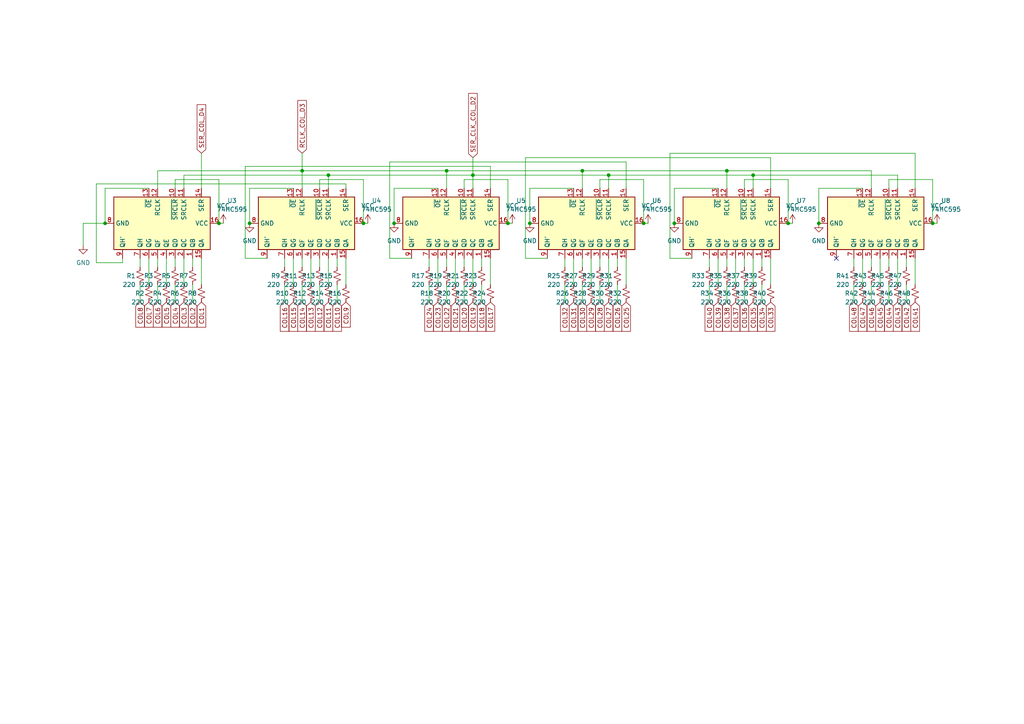
<source format=kicad_sch>
(kicad_sch (version 20211123) (generator eeschema)

  (uuid 648a5a7c-9e81-49b8-a9f6-06e4b43bac91)

  (paper "A4")

  (lib_symbols
    (symbol "74xx:74HC595" (in_bom yes) (on_board yes)
      (property "Reference" "U" (id 0) (at -7.62 13.97 0)
        (effects (font (size 1.27 1.27)))
      )
      (property "Value" "74HC595" (id 1) (at -7.62 -16.51 0)
        (effects (font (size 1.27 1.27)))
      )
      (property "Footprint" "" (id 2) (at 0 0 0)
        (effects (font (size 1.27 1.27)) hide)
      )
      (property "Datasheet" "http://www.ti.com/lit/ds/symlink/sn74hc595.pdf" (id 3) (at 0 0 0)
        (effects (font (size 1.27 1.27)) hide)
      )
      (property "ki_keywords" "HCMOS SR 3State" (id 4) (at 0 0 0)
        (effects (font (size 1.27 1.27)) hide)
      )
      (property "ki_description" "8-bit serial in/out Shift Register 3-State Outputs" (id 5) (at 0 0 0)
        (effects (font (size 1.27 1.27)) hide)
      )
      (property "ki_fp_filters" "DIP*W7.62mm* SOIC*3.9x9.9mm*P1.27mm* TSSOP*4.4x5mm*P0.65mm* SOIC*5.3x10.2mm*P1.27mm* SOIC*7.5x10.3mm*P1.27mm*" (id 6) (at 0 0 0)
        (effects (font (size 1.27 1.27)) hide)
      )
      (symbol "74HC595_1_0"
        (pin tri_state line (at 10.16 7.62 180) (length 2.54)
          (name "QB" (effects (font (size 1.27 1.27))))
          (number "1" (effects (font (size 1.27 1.27))))
        )
        (pin input line (at -10.16 2.54 0) (length 2.54)
          (name "~{SRCLR}" (effects (font (size 1.27 1.27))))
          (number "10" (effects (font (size 1.27 1.27))))
        )
        (pin input line (at -10.16 5.08 0) (length 2.54)
          (name "SRCLK" (effects (font (size 1.27 1.27))))
          (number "11" (effects (font (size 1.27 1.27))))
        )
        (pin input line (at -10.16 -2.54 0) (length 2.54)
          (name "RCLK" (effects (font (size 1.27 1.27))))
          (number "12" (effects (font (size 1.27 1.27))))
        )
        (pin input line (at -10.16 -5.08 0) (length 2.54)
          (name "~{OE}" (effects (font (size 1.27 1.27))))
          (number "13" (effects (font (size 1.27 1.27))))
        )
        (pin input line (at -10.16 10.16 0) (length 2.54)
          (name "SER" (effects (font (size 1.27 1.27))))
          (number "14" (effects (font (size 1.27 1.27))))
        )
        (pin tri_state line (at 10.16 10.16 180) (length 2.54)
          (name "QA" (effects (font (size 1.27 1.27))))
          (number "15" (effects (font (size 1.27 1.27))))
        )
        (pin power_in line (at 0 15.24 270) (length 2.54)
          (name "VCC" (effects (font (size 1.27 1.27))))
          (number "16" (effects (font (size 1.27 1.27))))
        )
        (pin tri_state line (at 10.16 5.08 180) (length 2.54)
          (name "QC" (effects (font (size 1.27 1.27))))
          (number "2" (effects (font (size 1.27 1.27))))
        )
        (pin tri_state line (at 10.16 2.54 180) (length 2.54)
          (name "QD" (effects (font (size 1.27 1.27))))
          (number "3" (effects (font (size 1.27 1.27))))
        )
        (pin tri_state line (at 10.16 0 180) (length 2.54)
          (name "QE" (effects (font (size 1.27 1.27))))
          (number "4" (effects (font (size 1.27 1.27))))
        )
        (pin tri_state line (at 10.16 -2.54 180) (length 2.54)
          (name "QF" (effects (font (size 1.27 1.27))))
          (number "5" (effects (font (size 1.27 1.27))))
        )
        (pin tri_state line (at 10.16 -5.08 180) (length 2.54)
          (name "QG" (effects (font (size 1.27 1.27))))
          (number "6" (effects (font (size 1.27 1.27))))
        )
        (pin tri_state line (at 10.16 -7.62 180) (length 2.54)
          (name "QH" (effects (font (size 1.27 1.27))))
          (number "7" (effects (font (size 1.27 1.27))))
        )
        (pin power_in line (at 0 -17.78 90) (length 2.54)
          (name "GND" (effects (font (size 1.27 1.27))))
          (number "8" (effects (font (size 1.27 1.27))))
        )
        (pin output line (at 10.16 -12.7 180) (length 2.54)
          (name "QH'" (effects (font (size 1.27 1.27))))
          (number "9" (effects (font (size 1.27 1.27))))
        )
      )
      (symbol "74HC595_1_1"
        (rectangle (start -7.62 12.7) (end 7.62 -15.24)
          (stroke (width 0.254) (type default) (color 0 0 0 0))
          (fill (type background))
        )
      )
    )
    (symbol "Device:R_Small_US" (pin_numbers hide) (pin_names (offset 0.254) hide) (in_bom yes) (on_board yes)
      (property "Reference" "R" (id 0) (at 0.762 0.508 0)
        (effects (font (size 1.27 1.27)) (justify left))
      )
      (property "Value" "R_Small_US" (id 1) (at 0.762 -1.016 0)
        (effects (font (size 1.27 1.27)) (justify left))
      )
      (property "Footprint" "" (id 2) (at 0 0 0)
        (effects (font (size 1.27 1.27)) hide)
      )
      (property "Datasheet" "~" (id 3) (at 0 0 0)
        (effects (font (size 1.27 1.27)) hide)
      )
      (property "ki_keywords" "r resistor" (id 4) (at 0 0 0)
        (effects (font (size 1.27 1.27)) hide)
      )
      (property "ki_description" "Resistor, small US symbol" (id 5) (at 0 0 0)
        (effects (font (size 1.27 1.27)) hide)
      )
      (property "ki_fp_filters" "R_*" (id 6) (at 0 0 0)
        (effects (font (size 1.27 1.27)) hide)
      )
      (symbol "R_Small_US_1_1"
        (polyline
          (pts
            (xy 0 0)
            (xy 1.016 -0.381)
            (xy 0 -0.762)
            (xy -1.016 -1.143)
            (xy 0 -1.524)
          )
          (stroke (width 0) (type default) (color 0 0 0 0))
          (fill (type none))
        )
        (polyline
          (pts
            (xy 0 1.524)
            (xy 1.016 1.143)
            (xy 0 0.762)
            (xy -1.016 0.381)
            (xy 0 0)
          )
          (stroke (width 0) (type default) (color 0 0 0 0))
          (fill (type none))
        )
        (pin passive line (at 0 2.54 270) (length 1.016)
          (name "~" (effects (font (size 1.27 1.27))))
          (number "1" (effects (font (size 1.27 1.27))))
        )
        (pin passive line (at 0 -2.54 90) (length 1.016)
          (name "~" (effects (font (size 1.27 1.27))))
          (number "2" (effects (font (size 1.27 1.27))))
        )
      )
    )
    (symbol "power:GND" (power) (pin_names (offset 0)) (in_bom yes) (on_board yes)
      (property "Reference" "#PWR" (id 0) (at 0 -6.35 0)
        (effects (font (size 1.27 1.27)) hide)
      )
      (property "Value" "GND" (id 1) (at 0 -3.81 0)
        (effects (font (size 1.27 1.27)))
      )
      (property "Footprint" "" (id 2) (at 0 0 0)
        (effects (font (size 1.27 1.27)) hide)
      )
      (property "Datasheet" "" (id 3) (at 0 0 0)
        (effects (font (size 1.27 1.27)) hide)
      )
      (property "ki_keywords" "power-flag" (id 4) (at 0 0 0)
        (effects (font (size 1.27 1.27)) hide)
      )
      (property "ki_description" "Power symbol creates a global label with name \"GND\" , ground" (id 5) (at 0 0 0)
        (effects (font (size 1.27 1.27)) hide)
      )
      (symbol "GND_0_1"
        (polyline
          (pts
            (xy 0 0)
            (xy 0 -1.27)
            (xy 1.27 -1.27)
            (xy 0 -2.54)
            (xy -1.27 -1.27)
            (xy 0 -1.27)
          )
          (stroke (width 0) (type default) (color 0 0 0 0))
          (fill (type none))
        )
      )
      (symbol "GND_1_1"
        (pin power_in line (at 0 0 270) (length 0) hide
          (name "GND" (effects (font (size 1.27 1.27))))
          (number "1" (effects (font (size 1.27 1.27))))
        )
      )
    )
    (symbol "power:VCC" (power) (pin_names (offset 0)) (in_bom yes) (on_board yes)
      (property "Reference" "#PWR" (id 0) (at 0 -3.81 0)
        (effects (font (size 1.27 1.27)) hide)
      )
      (property "Value" "VCC" (id 1) (at 0 3.81 0)
        (effects (font (size 1.27 1.27)))
      )
      (property "Footprint" "" (id 2) (at 0 0 0)
        (effects (font (size 1.27 1.27)) hide)
      )
      (property "Datasheet" "" (id 3) (at 0 0 0)
        (effects (font (size 1.27 1.27)) hide)
      )
      (property "ki_keywords" "power-flag" (id 4) (at 0 0 0)
        (effects (font (size 1.27 1.27)) hide)
      )
      (property "ki_description" "Power symbol creates a global label with name \"VCC\"" (id 5) (at 0 0 0)
        (effects (font (size 1.27 1.27)) hide)
      )
      (symbol "VCC_0_1"
        (polyline
          (pts
            (xy -0.762 1.27)
            (xy 0 2.54)
          )
          (stroke (width 0) (type default) (color 0 0 0 0))
          (fill (type none))
        )
        (polyline
          (pts
            (xy 0 0)
            (xy 0 2.54)
          )
          (stroke (width 0) (type default) (color 0 0 0 0))
          (fill (type none))
        )
        (polyline
          (pts
            (xy 0 2.54)
            (xy 0.762 1.27)
          )
          (stroke (width 0) (type default) (color 0 0 0 0))
          (fill (type none))
        )
      )
      (symbol "VCC_1_1"
        (pin power_in line (at 0 0 90) (length 0) hide
          (name "VCC" (effects (font (size 1.27 1.27))))
          (number "1" (effects (font (size 1.27 1.27))))
        )
      )
    )
  )


  (junction (at 137.16 50.8) (diameter 0) (color 0 0 0 0)
    (uuid 1d2c224e-aaef-4d96-8911-231cea4ff493)
  )
  (junction (at 228.6 64.77) (diameter 0) (color 0 0 0 0)
    (uuid 23b215cb-1f9d-4430-bd2c-dae465d3bf07)
  )
  (junction (at 129.54 49.53) (diameter 0) (color 0 0 0 0)
    (uuid 259ba3e1-0230-42a7-b42b-c33f9d68b36f)
  )
  (junction (at 270.51 64.77) (diameter 0) (color 0 0 0 0)
    (uuid 26e67f98-a356-48ed-8a18-9134b9482400)
  )
  (junction (at 168.91 49.53) (diameter 0) (color 0 0 0 0)
    (uuid 41ef4587-fad1-48ef-9c6d-2f6264ebc269)
  )
  (junction (at 30.48 64.77) (diameter 0) (color 0 0 0 0)
    (uuid 43ee1c89-b829-41a6-90f6-b8730acb0088)
  )
  (junction (at 210.82 49.53) (diameter 0) (color 0 0 0 0)
    (uuid 484716e5-eaf7-4cdc-ab55-51d391f1f2bb)
  )
  (junction (at 95.25 50.8) (diameter 0) (color 0 0 0 0)
    (uuid 50628c61-b03c-4e42-8e0e-49b74c87d014)
  )
  (junction (at 218.44 50.8) (diameter 0) (color 0 0 0 0)
    (uuid 579c1e37-57f4-410e-a0e4-e3b2e7345b3b)
  )
  (junction (at 153.67 64.77) (diameter 0) (color 0 0 0 0)
    (uuid 70c28c70-e6e5-438b-9a93-1e72cf3e5278)
  )
  (junction (at 72.39 64.77) (diameter 0) (color 0 0 0 0)
    (uuid 7a7b5da8-896c-4228-9b1b-43e152751833)
  )
  (junction (at 186.69 64.77) (diameter 0) (color 0 0 0 0)
    (uuid 9e6dafbe-1d54-418d-8296-aee08b2ed3c1)
  )
  (junction (at 114.3 64.77) (diameter 0) (color 0 0 0 0)
    (uuid a1f94094-ef7c-42cb-826b-d77ee7995927)
  )
  (junction (at 63.5 64.77) (diameter 0) (color 0 0 0 0)
    (uuid a250356f-482b-42a9-a9a8-069cf6e67dec)
  )
  (junction (at 195.58 64.77) (diameter 0) (color 0 0 0 0)
    (uuid a48842f9-1506-4fc3-b8a1-4fa0ec73514d)
  )
  (junction (at 176.53 50.8) (diameter 0) (color 0 0 0 0)
    (uuid b8e3226a-c32c-48d4-94f5-5de0daea0254)
  )
  (junction (at 237.49 64.77) (diameter 0) (color 0 0 0 0)
    (uuid bba7038c-d458-4146-bb47-a5b5ec7364ec)
  )
  (junction (at 87.63 49.53) (diameter 0) (color 0 0 0 0)
    (uuid d0a3a84c-a2af-4497-870b-b48c53d891ea)
  )
  (junction (at 105.41 64.77) (diameter 0) (color 0 0 0 0)
    (uuid f2fd994a-eff2-4e8a-ad0c-bcfc17225ed6)
  )
  (junction (at 147.32 64.77) (diameter 0) (color 0 0 0 0)
    (uuid ff59fdcc-ab63-4534-8615-43ca1ae7583d)
  )

  (no_connect (at 242.57 74.93) (uuid 8cbb285c-f498-4c29-ab37-5dd1d6701c82))

  (wire (pts (xy 218.44 50.8) (xy 218.44 54.61))
    (stroke (width 0) (type default) (color 0 0 0 0))
    (uuid 00ece928-50a5-4f7b-b940-bedaf4a6fefb)
  )
  (wire (pts (xy 48.26 74.93) (xy 48.26 82.55))
    (stroke (width 0) (type default) (color 0 0 0 0))
    (uuid 019625e5-0e16-4337-8d77-bdc46d43e996)
  )
  (wire (pts (xy 270.51 52.07) (xy 270.51 64.77))
    (stroke (width 0) (type default) (color 0 0 0 0))
    (uuid 0290da05-18a4-4a5c-baed-617299908602)
  )
  (wire (pts (xy 92.71 52.07) (xy 105.41 52.07))
    (stroke (width 0) (type default) (color 0 0 0 0))
    (uuid 02a3808b-c00a-4e2e-b155-d4dea0214f76)
  )
  (wire (pts (xy 265.43 44.45) (xy 265.43 54.61))
    (stroke (width 0) (type default) (color 0 0 0 0))
    (uuid 03084aa6-9e0b-4d4c-95b5-f5485716d360)
  )
  (wire (pts (xy 129.54 49.53) (xy 129.54 54.61))
    (stroke (width 0) (type default) (color 0 0 0 0))
    (uuid 06518369-d9c0-4c7b-b87c-858e791be9e6)
  )
  (wire (pts (xy 50.8 52.07) (xy 63.5 52.07))
    (stroke (width 0) (type default) (color 0 0 0 0))
    (uuid 072c5dde-5b64-4f57-aac5-4af219b01157)
  )
  (wire (pts (xy 45.72 82.55) (xy 45.72 87.63))
    (stroke (width 0) (type default) (color 0 0 0 0))
    (uuid 07f1649b-59a2-461b-885b-344e17b8b02f)
  )
  (wire (pts (xy 220.98 74.93) (xy 220.98 77.47))
    (stroke (width 0) (type default) (color 0 0 0 0))
    (uuid 09987341-bfa0-4510-9e21-7cb2531e2b95)
  )
  (wire (pts (xy 87.63 49.53) (xy 129.54 49.53))
    (stroke (width 0) (type default) (color 0 0 0 0))
    (uuid 0b499a42-ce00-4c42-a55d-d2f44bc65151)
  )
  (wire (pts (xy 215.9 54.61) (xy 215.9 52.07))
    (stroke (width 0) (type default) (color 0 0 0 0))
    (uuid 0e425914-61c9-475e-97ca-737c0f0d3ccc)
  )
  (wire (pts (xy 71.12 48.26) (xy 142.24 48.26))
    (stroke (width 0) (type default) (color 0 0 0 0))
    (uuid 0ef2bea1-e311-431e-92fc-ba5410469705)
  )
  (wire (pts (xy 124.46 82.55) (xy 124.46 87.63))
    (stroke (width 0) (type default) (color 0 0 0 0))
    (uuid 111884f8-f88a-40a0-89b3-f0c2bbfe20fc)
  )
  (wire (pts (xy 58.42 74.93) (xy 58.42 82.55))
    (stroke (width 0) (type default) (color 0 0 0 0))
    (uuid 1283aa32-c185-49cc-a667-df7d1ccb4ff7)
  )
  (wire (pts (xy 142.24 48.26) (xy 142.24 54.61))
    (stroke (width 0) (type default) (color 0 0 0 0))
    (uuid 1410b884-42ce-4609-8fa3-e1c285f21558)
  )
  (wire (pts (xy 168.91 49.53) (xy 210.82 49.53))
    (stroke (width 0) (type default) (color 0 0 0 0))
    (uuid 162d5b1d-15ce-499d-8c4e-ebba4f4c3200)
  )
  (wire (pts (xy 176.53 50.8) (xy 218.44 50.8))
    (stroke (width 0) (type default) (color 0 0 0 0))
    (uuid 18c7c0a6-7072-4bbd-96a0-c5ba23e53358)
  )
  (wire (pts (xy 257.81 54.61) (xy 257.81 52.07))
    (stroke (width 0) (type default) (color 0 0 0 0))
    (uuid 19378adb-a2f4-41f1-af20-6389d39f314e)
  )
  (wire (pts (xy 100.33 74.93) (xy 100.33 82.55))
    (stroke (width 0) (type default) (color 0 0 0 0))
    (uuid 19be2c41-75f1-41bf-bd3f-2e1cb86f63fb)
  )
  (wire (pts (xy 142.24 74.93) (xy 142.24 82.55))
    (stroke (width 0) (type default) (color 0 0 0 0))
    (uuid 1ab3a3fb-7847-4e55-b925-958a464670a8)
  )
  (wire (pts (xy 50.8 82.55) (xy 50.8 87.63))
    (stroke (width 0) (type default) (color 0 0 0 0))
    (uuid 1e6998d9-a1ee-4263-af03-2fb0d8332f5d)
  )
  (wire (pts (xy 166.37 54.61) (xy 153.67 54.61))
    (stroke (width 0) (type default) (color 0 0 0 0))
    (uuid 21f47877-5792-4b5c-9a50-4e482c74acde)
  )
  (wire (pts (xy 257.81 74.93) (xy 257.81 77.47))
    (stroke (width 0) (type default) (color 0 0 0 0))
    (uuid 224a80a6-b4c2-4d1a-9031-750659864c8e)
  )
  (wire (pts (xy 24.13 71.12) (xy 24.13 64.77))
    (stroke (width 0) (type default) (color 0 0 0 0))
    (uuid 22aef8a0-ffb7-450e-88aa-7fd30a98f153)
  )
  (wire (pts (xy 119.38 74.93) (xy 113.03 74.93))
    (stroke (width 0) (type default) (color 0 0 0 0))
    (uuid 234d8239-f6b0-4a5c-a674-06bde01aaf4b)
  )
  (wire (pts (xy 134.62 52.07) (xy 147.32 52.07))
    (stroke (width 0) (type default) (color 0 0 0 0))
    (uuid 23a70a6b-cb8a-4d1b-a6fc-b8d7885eb9f6)
  )
  (wire (pts (xy 215.9 82.55) (xy 215.9 87.63))
    (stroke (width 0) (type default) (color 0 0 0 0))
    (uuid 23bddec0-b592-4a85-b4ae-2f0ecb9648e9)
  )
  (wire (pts (xy 129.54 82.55) (xy 129.54 87.63))
    (stroke (width 0) (type default) (color 0 0 0 0))
    (uuid 25370802-c1ee-4382-ae1c-acd077a16155)
  )
  (wire (pts (xy 173.99 52.07) (xy 186.69 52.07))
    (stroke (width 0) (type default) (color 0 0 0 0))
    (uuid 28021d24-ec7e-4302-8e18-f7bbeef8374d)
  )
  (wire (pts (xy 163.83 82.55) (xy 163.83 87.63))
    (stroke (width 0) (type default) (color 0 0 0 0))
    (uuid 2b7fa9ad-bcb9-478a-bf80-b48603786f21)
  )
  (wire (pts (xy 129.54 74.93) (xy 129.54 77.47))
    (stroke (width 0) (type default) (color 0 0 0 0))
    (uuid 2cb025b5-36e5-452f-8f9f-e3a53a8b94f8)
  )
  (wire (pts (xy 114.3 64.77) (xy 114.3 54.61))
    (stroke (width 0) (type default) (color 0 0 0 0))
    (uuid 2cc57ae3-70b3-49e1-9ad8-dc0564d04e88)
  )
  (wire (pts (xy 173.99 82.55) (xy 173.99 87.63))
    (stroke (width 0) (type default) (color 0 0 0 0))
    (uuid 2f7a9157-010a-422d-8cfe-eb4ea7ec66bc)
  )
  (wire (pts (xy 87.63 74.93) (xy 87.63 77.47))
    (stroke (width 0) (type default) (color 0 0 0 0))
    (uuid 306a21e4-d10c-4c35-a6e7-5dfeaeec7599)
  )
  (wire (pts (xy 43.18 54.61) (xy 30.48 54.61))
    (stroke (width 0) (type default) (color 0 0 0 0))
    (uuid 35427f00-d9b6-4312-b437-3a36e5ab0f1a)
  )
  (wire (pts (xy 90.17 74.93) (xy 90.17 82.55))
    (stroke (width 0) (type default) (color 0 0 0 0))
    (uuid 35d7feaf-b184-4c1c-aae5-d0e7b816b903)
  )
  (wire (pts (xy 139.7 82.55) (xy 139.7 87.63))
    (stroke (width 0) (type default) (color 0 0 0 0))
    (uuid 39017b66-da8b-40d8-8100-bf54c39485aa)
  )
  (wire (pts (xy 100.33 53.34) (xy 100.33 54.61))
    (stroke (width 0) (type default) (color 0 0 0 0))
    (uuid 397f0da9-71b7-4b8a-aa69-08181bc7145f)
  )
  (wire (pts (xy 147.32 64.77) (xy 148.59 64.77))
    (stroke (width 0) (type default) (color 0 0 0 0))
    (uuid 3aba54b5-a948-41f9-9be9-048f3e763b1d)
  )
  (wire (pts (xy 186.69 64.77) (xy 187.96 64.77))
    (stroke (width 0) (type default) (color 0 0 0 0))
    (uuid 3c96073c-3650-4a63-b16b-580f363e68d4)
  )
  (wire (pts (xy 97.79 74.93) (xy 97.79 77.47))
    (stroke (width 0) (type default) (color 0 0 0 0))
    (uuid 3f3ce26e-795b-4af8-9515-d595965a0116)
  )
  (wire (pts (xy 210.82 82.55) (xy 210.82 87.63))
    (stroke (width 0) (type default) (color 0 0 0 0))
    (uuid 405ad9d4-fe0e-4448-ae3f-09bf0511b78d)
  )
  (wire (pts (xy 257.81 82.55) (xy 257.81 87.63))
    (stroke (width 0) (type default) (color 0 0 0 0))
    (uuid 41be7d66-7596-425d-9bd2-3e0995dcc9a7)
  )
  (wire (pts (xy 137.16 50.8) (xy 95.25 50.8))
    (stroke (width 0) (type default) (color 0 0 0 0))
    (uuid 4296994c-4bc5-4fb3-ad9e-d2a2377f3818)
  )
  (wire (pts (xy 218.44 74.93) (xy 218.44 82.55))
    (stroke (width 0) (type default) (color 0 0 0 0))
    (uuid 46e9fd93-71ed-4ad8-9209-772e8dff6ca3)
  )
  (wire (pts (xy 53.34 74.93) (xy 53.34 82.55))
    (stroke (width 0) (type default) (color 0 0 0 0))
    (uuid 489d36ac-a221-407d-85c1-8c6faaebd0fe)
  )
  (wire (pts (xy 168.91 74.93) (xy 168.91 77.47))
    (stroke (width 0) (type default) (color 0 0 0 0))
    (uuid 49515fc8-b09d-480d-8c00-d421c2af6005)
  )
  (wire (pts (xy 171.45 74.93) (xy 171.45 82.55))
    (stroke (width 0) (type default) (color 0 0 0 0))
    (uuid 49cf0d4b-21b6-4460-8726-6050fe27ca7c)
  )
  (wire (pts (xy 71.12 74.93) (xy 71.12 48.26))
    (stroke (width 0) (type default) (color 0 0 0 0))
    (uuid 4d45ca20-843e-4957-b8a2-db04b6985b65)
  )
  (wire (pts (xy 153.67 54.61) (xy 153.67 64.77))
    (stroke (width 0) (type default) (color 0 0 0 0))
    (uuid 4df08e53-1b94-4da6-a7b4-cd86a006bf73)
  )
  (wire (pts (xy 77.47 74.93) (xy 71.12 74.93))
    (stroke (width 0) (type default) (color 0 0 0 0))
    (uuid 4e1b9ba0-1be8-4792-aeea-f88f33425927)
  )
  (wire (pts (xy 92.71 74.93) (xy 92.71 77.47))
    (stroke (width 0) (type default) (color 0 0 0 0))
    (uuid 4ec3461b-c1ec-4541-8561-ccacb27f9088)
  )
  (wire (pts (xy 247.65 74.93) (xy 247.65 77.47))
    (stroke (width 0) (type default) (color 0 0 0 0))
    (uuid 4f630780-ca48-4b50-a4fb-565617444296)
  )
  (wire (pts (xy 152.4 74.93) (xy 152.4 45.72))
    (stroke (width 0) (type default) (color 0 0 0 0))
    (uuid 50f17f42-7e59-4c6a-828c-9cf59dff0c1f)
  )
  (wire (pts (xy 223.52 45.72) (xy 223.52 54.61))
    (stroke (width 0) (type default) (color 0 0 0 0))
    (uuid 5138db20-884c-4214-b12e-087c65a8c591)
  )
  (wire (pts (xy 176.53 74.93) (xy 176.53 82.55))
    (stroke (width 0) (type default) (color 0 0 0 0))
    (uuid 52a81bdd-57a6-4a8d-ad6d-6dc4a37aefdc)
  )
  (wire (pts (xy 262.89 82.55) (xy 262.89 87.63))
    (stroke (width 0) (type default) (color 0 0 0 0))
    (uuid 53a0de34-093a-4e4b-a871-940e3273b7d5)
  )
  (wire (pts (xy 262.89 74.93) (xy 262.89 77.47))
    (stroke (width 0) (type default) (color 0 0 0 0))
    (uuid 541605aa-c754-4584-a8c5-4bb46d1abad2)
  )
  (wire (pts (xy 152.4 45.72) (xy 223.52 45.72))
    (stroke (width 0) (type default) (color 0 0 0 0))
    (uuid 573c2c42-8c0f-41d3-a325-7448dd874d1e)
  )
  (wire (pts (xy 200.66 74.93) (xy 194.31 74.93))
    (stroke (width 0) (type default) (color 0 0 0 0))
    (uuid 5a549d9d-1279-4a3d-adf5-8345a90c1e5f)
  )
  (wire (pts (xy 173.99 54.61) (xy 173.99 52.07))
    (stroke (width 0) (type default) (color 0 0 0 0))
    (uuid 5e27fa41-397a-4950-9d53-9a910915781a)
  )
  (wire (pts (xy 82.55 82.55) (xy 82.55 87.63))
    (stroke (width 0) (type default) (color 0 0 0 0))
    (uuid 5ecef845-7d88-46c2-879c-7f1cf38d5e2a)
  )
  (wire (pts (xy 27.94 53.34) (xy 100.33 53.34))
    (stroke (width 0) (type default) (color 0 0 0 0))
    (uuid 60ecaebf-825f-4a29-b5a4-605612561fd1)
  )
  (wire (pts (xy 134.62 54.61) (xy 134.62 52.07))
    (stroke (width 0) (type default) (color 0 0 0 0))
    (uuid 61f0444a-4fab-4ceb-bce8-a0ceb5aef6ae)
  )
  (wire (pts (xy 237.49 54.61) (xy 237.49 64.77))
    (stroke (width 0) (type default) (color 0 0 0 0))
    (uuid 620218bd-afcc-4480-a163-38d7d0cedef0)
  )
  (wire (pts (xy 113.03 74.93) (xy 113.03 46.99))
    (stroke (width 0) (type default) (color 0 0 0 0))
    (uuid 6510e484-d4cf-46c6-8fd3-a6a2453c4458)
  )
  (wire (pts (xy 195.58 54.61) (xy 195.58 64.77))
    (stroke (width 0) (type default) (color 0 0 0 0))
    (uuid 65a12c51-6295-4e02-b99e-6d14bf7f2835)
  )
  (wire (pts (xy 105.41 52.07) (xy 105.41 64.77))
    (stroke (width 0) (type default) (color 0 0 0 0))
    (uuid 68064ec0-2b66-4c5e-8a31-bf84713cf63d)
  )
  (wire (pts (xy 114.3 54.61) (xy 127 54.61))
    (stroke (width 0) (type default) (color 0 0 0 0))
    (uuid 6cf7d04f-7bf2-4bfc-a8df-ad736de24e74)
  )
  (wire (pts (xy 137.16 50.8) (xy 176.53 50.8))
    (stroke (width 0) (type default) (color 0 0 0 0))
    (uuid 6e2977c7-2dfa-44a1-9da8-2b8000d96535)
  )
  (wire (pts (xy 213.36 74.93) (xy 213.36 82.55))
    (stroke (width 0) (type default) (color 0 0 0 0))
    (uuid 6e605a05-5750-4c21-988b-13fcfa2df719)
  )
  (wire (pts (xy 215.9 74.93) (xy 215.9 77.47))
    (stroke (width 0) (type default) (color 0 0 0 0))
    (uuid 71785ef5-d5d1-4149-8b50-d02f09b86dc3)
  )
  (wire (pts (xy 30.48 54.61) (xy 30.48 64.77))
    (stroke (width 0) (type default) (color 0 0 0 0))
    (uuid 7181f9b7-6f65-49cd-8252-4e18dc8e49b1)
  )
  (wire (pts (xy 179.07 74.93) (xy 179.07 77.47))
    (stroke (width 0) (type default) (color 0 0 0 0))
    (uuid 721ae30a-d6a6-4fa0-8c82-1d133016b7fd)
  )
  (wire (pts (xy 228.6 52.07) (xy 228.6 64.77))
    (stroke (width 0) (type default) (color 0 0 0 0))
    (uuid 72abb3b3-d9b8-4cdd-a00e-283042ac9d6c)
  )
  (wire (pts (xy 92.71 82.55) (xy 92.71 87.63))
    (stroke (width 0) (type default) (color 0 0 0 0))
    (uuid 739963fc-9e84-4ba2-b78f-8565d1826781)
  )
  (wire (pts (xy 72.39 54.61) (xy 85.09 54.61))
    (stroke (width 0) (type default) (color 0 0 0 0))
    (uuid 76e923e6-1ab9-4ea9-9424-34d8a76108da)
  )
  (wire (pts (xy 137.16 74.93) (xy 137.16 82.55))
    (stroke (width 0) (type default) (color 0 0 0 0))
    (uuid 78171132-5946-481d-9756-64cbf407f200)
  )
  (wire (pts (xy 228.6 64.77) (xy 229.87 64.77))
    (stroke (width 0) (type default) (color 0 0 0 0))
    (uuid 79156e33-e7b6-49fa-b0e3-365d46853f98)
  )
  (wire (pts (xy 87.63 49.53) (xy 87.63 54.61))
    (stroke (width 0) (type default) (color 0 0 0 0))
    (uuid 7b69dffa-afa5-4b81-8c23-dabd22fcdb62)
  )
  (wire (pts (xy 210.82 49.53) (xy 210.82 54.61))
    (stroke (width 0) (type default) (color 0 0 0 0))
    (uuid 7f58adcc-43d8-4e5a-a208-460c6a91247e)
  )
  (wire (pts (xy 252.73 74.93) (xy 252.73 77.47))
    (stroke (width 0) (type default) (color 0 0 0 0))
    (uuid 842b2441-5ed6-4d61-aba7-8c6cb0a96e51)
  )
  (wire (pts (xy 186.69 52.07) (xy 186.69 64.77))
    (stroke (width 0) (type default) (color 0 0 0 0))
    (uuid 84a54748-cf58-423a-b3ea-ed7e27370934)
  )
  (wire (pts (xy 53.34 50.8) (xy 95.25 50.8))
    (stroke (width 0) (type default) (color 0 0 0 0))
    (uuid 8833f69c-8ef2-41b5-963f-4384111f97e8)
  )
  (wire (pts (xy 55.88 82.55) (xy 55.88 87.63))
    (stroke (width 0) (type default) (color 0 0 0 0))
    (uuid 8a6d7cbe-d304-4ec5-b15f-b8c3ad880442)
  )
  (wire (pts (xy 134.62 74.93) (xy 134.62 77.47))
    (stroke (width 0) (type default) (color 0 0 0 0))
    (uuid 8d173e56-0179-4fd7-a720-f262e261b5ca)
  )
  (wire (pts (xy 137.16 54.61) (xy 137.16 50.8))
    (stroke (width 0) (type default) (color 0 0 0 0))
    (uuid 8ebf4edd-ef9c-4be2-8d5a-66166514b827)
  )
  (wire (pts (xy 58.42 44.45) (xy 58.42 54.61))
    (stroke (width 0) (type default) (color 0 0 0 0))
    (uuid 92195aba-69a7-4bc7-890a-b46a8f519751)
  )
  (wire (pts (xy 205.74 82.55) (xy 205.74 87.63))
    (stroke (width 0) (type default) (color 0 0 0 0))
    (uuid 94b8fb55-9b79-4c68-bc77-bc9650ced9f5)
  )
  (wire (pts (xy 173.99 74.93) (xy 173.99 77.47))
    (stroke (width 0) (type default) (color 0 0 0 0))
    (uuid 9677a3f8-1c65-45a8-88b5-301b7d1db47a)
  )
  (wire (pts (xy 215.9 52.07) (xy 228.6 52.07))
    (stroke (width 0) (type default) (color 0 0 0 0))
    (uuid 98b35657-bad7-49cb-93bc-e717c7822425)
  )
  (wire (pts (xy 95.25 74.93) (xy 95.25 82.55))
    (stroke (width 0) (type default) (color 0 0 0 0))
    (uuid 99a796a5-0ffc-4dbe-a880-fb5380f6c7a0)
  )
  (wire (pts (xy 247.65 82.55) (xy 247.65 87.63))
    (stroke (width 0) (type default) (color 0 0 0 0))
    (uuid 9bedb2d7-8930-4dc8-81ff-59c5cd625de8)
  )
  (wire (pts (xy 179.07 82.55) (xy 179.07 87.63))
    (stroke (width 0) (type default) (color 0 0 0 0))
    (uuid 9e41e4ea-c3da-4faa-8e40-9658b5b82c99)
  )
  (wire (pts (xy 260.35 74.93) (xy 260.35 82.55))
    (stroke (width 0) (type default) (color 0 0 0 0))
    (uuid 9ed19a0f-3e85-4da8-b955-ed3e155dcb2b)
  )
  (wire (pts (xy 113.03 46.99) (xy 181.61 46.99))
    (stroke (width 0) (type default) (color 0 0 0 0))
    (uuid a2eb8689-5133-4b27-a86e-413746e764a8)
  )
  (wire (pts (xy 265.43 74.93) (xy 265.43 82.55))
    (stroke (width 0) (type default) (color 0 0 0 0))
    (uuid a2f57285-b0cf-4454-8867-ab1e2ba25059)
  )
  (wire (pts (xy 176.53 50.8) (xy 176.53 54.61))
    (stroke (width 0) (type default) (color 0 0 0 0))
    (uuid a56f3f2e-d596-4a8a-8764-700eccec1791)
  )
  (wire (pts (xy 147.32 52.07) (xy 147.32 64.77))
    (stroke (width 0) (type default) (color 0 0 0 0))
    (uuid a682beb7-5392-48ce-98ca-cf0bdf5522bf)
  )
  (wire (pts (xy 255.27 74.93) (xy 255.27 82.55))
    (stroke (width 0) (type default) (color 0 0 0 0))
    (uuid aa58345d-ed63-448b-998d-6487d62e2cfd)
  )
  (wire (pts (xy 53.34 54.61) (xy 53.34 50.8))
    (stroke (width 0) (type default) (color 0 0 0 0))
    (uuid ac30298d-4f5d-4199-8482-106099a46fab)
  )
  (wire (pts (xy 63.5 64.77) (xy 64.77 64.77))
    (stroke (width 0) (type default) (color 0 0 0 0))
    (uuid acbb8970-4b23-4f1e-ba18-12b5e5619464)
  )
  (wire (pts (xy 134.62 82.55) (xy 134.62 87.63))
    (stroke (width 0) (type default) (color 0 0 0 0))
    (uuid afc68fe5-78f8-40ac-a44e-059f0e334333)
  )
  (wire (pts (xy 35.56 76.2) (xy 27.94 76.2))
    (stroke (width 0) (type default) (color 0 0 0 0))
    (uuid b20dfb6a-53a6-4753-bc96-ed443809f896)
  )
  (wire (pts (xy 35.56 74.93) (xy 35.56 76.2))
    (stroke (width 0) (type default) (color 0 0 0 0))
    (uuid b23a1b1a-ef10-46d1-952d-0618bd14d944)
  )
  (wire (pts (xy 50.8 74.93) (xy 50.8 77.47))
    (stroke (width 0) (type default) (color 0 0 0 0))
    (uuid b33d25b4-bb79-45a8-a1a3-d21efb4d7383)
  )
  (wire (pts (xy 181.61 74.93) (xy 181.61 82.55))
    (stroke (width 0) (type default) (color 0 0 0 0))
    (uuid b50051d9-7472-42f0-9c8c-cfeab1865b62)
  )
  (wire (pts (xy 45.72 74.93) (xy 45.72 77.47))
    (stroke (width 0) (type default) (color 0 0 0 0))
    (uuid b66d0853-b890-4d37-9f82-b02dbe825078)
  )
  (wire (pts (xy 139.7 74.93) (xy 139.7 77.47))
    (stroke (width 0) (type default) (color 0 0 0 0))
    (uuid b7243cb1-b903-4842-a72a-6f9bca6a4781)
  )
  (wire (pts (xy 43.18 74.93) (xy 43.18 82.55))
    (stroke (width 0) (type default) (color 0 0 0 0))
    (uuid b9eade9d-8a4d-4ac0-8d0e-f0cb2a973a93)
  )
  (wire (pts (xy 205.74 74.93) (xy 205.74 77.47))
    (stroke (width 0) (type default) (color 0 0 0 0))
    (uuid bc258eee-28e5-4b92-bfa8-89b5ddd1b9be)
  )
  (wire (pts (xy 181.61 46.99) (xy 181.61 54.61))
    (stroke (width 0) (type default) (color 0 0 0 0))
    (uuid bd2dffb0-a3fb-4155-a1e0-b8bb2c62f55c)
  )
  (wire (pts (xy 208.28 74.93) (xy 208.28 82.55))
    (stroke (width 0) (type default) (color 0 0 0 0))
    (uuid be089c85-f1a8-4f6d-af23-4b6662b5b989)
  )
  (wire (pts (xy 257.81 52.07) (xy 270.51 52.07))
    (stroke (width 0) (type default) (color 0 0 0 0))
    (uuid be13e7d1-0ad1-4f42-ba05-954c65e27214)
  )
  (wire (pts (xy 223.52 74.93) (xy 223.52 82.55))
    (stroke (width 0) (type default) (color 0 0 0 0))
    (uuid bea5b679-5fc5-4c0d-b279-be422cd5d9cb)
  )
  (wire (pts (xy 166.37 74.93) (xy 166.37 82.55))
    (stroke (width 0) (type default) (color 0 0 0 0))
    (uuid c133348e-273c-4b02-a11d-747a3b8e0932)
  )
  (wire (pts (xy 194.31 44.45) (xy 265.43 44.45))
    (stroke (width 0) (type default) (color 0 0 0 0))
    (uuid c1c505f9-2470-4f42-b263-aae975a371e9)
  )
  (wire (pts (xy 137.16 45.72) (xy 137.16 50.8))
    (stroke (width 0) (type default) (color 0 0 0 0))
    (uuid c271c4cd-19f9-4196-8e48-3b4eeb6887ef)
  )
  (wire (pts (xy 97.79 82.55) (xy 97.79 87.63))
    (stroke (width 0) (type default) (color 0 0 0 0))
    (uuid c459d9ed-62a1-4ebc-bf0e-c509222d1cdf)
  )
  (wire (pts (xy 194.31 74.93) (xy 194.31 44.45))
    (stroke (width 0) (type default) (color 0 0 0 0))
    (uuid c5eeef2e-28f2-4840-8591-6c9802f6dc76)
  )
  (wire (pts (xy 63.5 52.07) (xy 63.5 64.77))
    (stroke (width 0) (type default) (color 0 0 0 0))
    (uuid c6d74ebc-a6da-4548-9e24-3ecee8f4e2bd)
  )
  (wire (pts (xy 40.64 74.93) (xy 40.64 77.47))
    (stroke (width 0) (type default) (color 0 0 0 0))
    (uuid c81a58db-acbc-4e5e-a285-820e6cd7ff75)
  )
  (wire (pts (xy 168.91 82.55) (xy 168.91 87.63))
    (stroke (width 0) (type default) (color 0 0 0 0))
    (uuid ca9fcfc6-1069-4bbb-a85a-a88b9a002ca9)
  )
  (wire (pts (xy 158.75 74.93) (xy 152.4 74.93))
    (stroke (width 0) (type default) (color 0 0 0 0))
    (uuid cb4aa52b-cbb8-4d7e-9dc7-80ddc7848d8d)
  )
  (wire (pts (xy 85.09 74.93) (xy 85.09 82.55))
    (stroke (width 0) (type default) (color 0 0 0 0))
    (uuid cbcdf226-d3ae-4941-ac3d-b3307d63705a)
  )
  (wire (pts (xy 252.73 49.53) (xy 252.73 54.61))
    (stroke (width 0) (type default) (color 0 0 0 0))
    (uuid cc7dadcc-d6b5-4973-bc13-e0634c2e6863)
  )
  (wire (pts (xy 40.64 82.55) (xy 40.64 87.63))
    (stroke (width 0) (type default) (color 0 0 0 0))
    (uuid ce2dcbd7-8e0b-4f93-b211-d2ff5ec521d6)
  )
  (wire (pts (xy 95.25 50.8) (xy 95.25 54.61))
    (stroke (width 0) (type default) (color 0 0 0 0))
    (uuid d117c859-2ef8-477b-9dcf-2ed10866806a)
  )
  (wire (pts (xy 208.28 54.61) (xy 195.58 54.61))
    (stroke (width 0) (type default) (color 0 0 0 0))
    (uuid d39da136-41fa-4c06-ba7e-dba6c95f8e62)
  )
  (wire (pts (xy 50.8 54.61) (xy 50.8 52.07))
    (stroke (width 0) (type default) (color 0 0 0 0))
    (uuid d506ea2e-f486-4bd8-99d7-d7bf3bfb1d50)
  )
  (wire (pts (xy 55.88 74.93) (xy 55.88 77.47))
    (stroke (width 0) (type default) (color 0 0 0 0))
    (uuid dc583290-f63d-49bb-b77f-cce9744d9198)
  )
  (wire (pts (xy 72.39 64.77) (xy 72.39 54.61))
    (stroke (width 0) (type default) (color 0 0 0 0))
    (uuid de659499-c4f8-4052-b765-86ba78208e4a)
  )
  (wire (pts (xy 45.72 54.61) (xy 45.72 49.53))
    (stroke (width 0) (type default) (color 0 0 0 0))
    (uuid df01ac98-2328-4893-b116-22109f127570)
  )
  (wire (pts (xy 87.63 44.45) (xy 87.63 49.53))
    (stroke (width 0) (type default) (color 0 0 0 0))
    (uuid df99b294-e947-4c39-8708-618ce09eaf86)
  )
  (wire (pts (xy 163.83 74.93) (xy 163.83 77.47))
    (stroke (width 0) (type default) (color 0 0 0 0))
    (uuid e147865a-c960-47e3-82af-e95f5e6003ed)
  )
  (wire (pts (xy 218.44 50.8) (xy 260.35 50.8))
    (stroke (width 0) (type default) (color 0 0 0 0))
    (uuid e18a0565-6644-4579-9f7b-d83df67a8afe)
  )
  (wire (pts (xy 210.82 74.93) (xy 210.82 77.47))
    (stroke (width 0) (type default) (color 0 0 0 0))
    (uuid e427cc10-7f52-490d-855c-7ac143ee7118)
  )
  (wire (pts (xy 260.35 50.8) (xy 260.35 54.61))
    (stroke (width 0) (type default) (color 0 0 0 0))
    (uuid e533596a-ad3a-47db-aa01-043b7dc4f4a2)
  )
  (wire (pts (xy 87.63 82.55) (xy 87.63 87.63))
    (stroke (width 0) (type default) (color 0 0 0 0))
    (uuid ea82da79-1e25-4283-b061-22dfdb41b480)
  )
  (wire (pts (xy 220.98 82.55) (xy 220.98 87.63))
    (stroke (width 0) (type default) (color 0 0 0 0))
    (uuid ea8647a0-72f6-4d0d-94b8-e330bdbb1688)
  )
  (wire (pts (xy 250.19 54.61) (xy 237.49 54.61))
    (stroke (width 0) (type default) (color 0 0 0 0))
    (uuid ee002c43-8446-4881-92e6-d611e866a7ac)
  )
  (wire (pts (xy 92.71 54.61) (xy 92.71 52.07))
    (stroke (width 0) (type default) (color 0 0 0 0))
    (uuid eeca5669-3397-42d3-a4e5-8deb31b217cd)
  )
  (wire (pts (xy 124.46 74.93) (xy 124.46 77.47))
    (stroke (width 0) (type default) (color 0 0 0 0))
    (uuid f094a262-4ba3-4cdd-9b08-df8659bef6ee)
  )
  (wire (pts (xy 82.55 74.93) (xy 82.55 77.47))
    (stroke (width 0) (type default) (color 0 0 0 0))
    (uuid f0d2d345-872b-4807-8fa2-3123dbc54982)
  )
  (wire (pts (xy 45.72 49.53) (xy 87.63 49.53))
    (stroke (width 0) (type default) (color 0 0 0 0))
    (uuid f4bc8cb7-cf9b-4931-9be0-2dd90e04d146)
  )
  (wire (pts (xy 129.54 49.53) (xy 168.91 49.53))
    (stroke (width 0) (type default) (color 0 0 0 0))
    (uuid f52bbd45-3c4f-4a4b-a95b-a596abc03709)
  )
  (wire (pts (xy 250.19 74.93) (xy 250.19 82.55))
    (stroke (width 0) (type default) (color 0 0 0 0))
    (uuid f6165f77-7273-47f4-a559-7b37fc4f3c45)
  )
  (wire (pts (xy 27.94 76.2) (xy 27.94 53.34))
    (stroke (width 0) (type default) (color 0 0 0 0))
    (uuid f86db59a-38df-421d-ad08-f7aa936df1dd)
  )
  (wire (pts (xy 252.73 82.55) (xy 252.73 87.63))
    (stroke (width 0) (type default) (color 0 0 0 0))
    (uuid fa23ddd0-186a-497e-a9df-c91907c748ec)
  )
  (wire (pts (xy 105.41 64.77) (xy 106.68 64.77))
    (stroke (width 0) (type default) (color 0 0 0 0))
    (uuid facc0d3d-8230-4bce-871c-9f7a2b06d52d)
  )
  (wire (pts (xy 168.91 49.53) (xy 168.91 54.61))
    (stroke (width 0) (type default) (color 0 0 0 0))
    (uuid fbe38651-4815-4fe8-b138-1a3f27bbd3bc)
  )
  (wire (pts (xy 270.51 64.77) (xy 271.78 64.77))
    (stroke (width 0) (type default) (color 0 0 0 0))
    (uuid fbeaadce-2728-4eec-8b10-0ed0e9594d8c)
  )
  (wire (pts (xy 210.82 49.53) (xy 252.73 49.53))
    (stroke (width 0) (type default) (color 0 0 0 0))
    (uuid fcd5da18-066f-4f46-960f-1ed3a8e982f8)
  )
  (wire (pts (xy 127 74.93) (xy 127 82.55))
    (stroke (width 0) (type default) (color 0 0 0 0))
    (uuid fd68eb19-7034-4b8f-b8a9-94209d3ae748)
  )
  (wire (pts (xy 132.08 74.93) (xy 132.08 82.55))
    (stroke (width 0) (type default) (color 0 0 0 0))
    (uuid fee31094-fac2-4e02-b402-68e9135e7c39)
  )
  (wire (pts (xy 24.13 64.77) (xy 30.48 64.77))
    (stroke (width 0) (type default) (color 0 0 0 0))
    (uuid ff63316b-ece1-4f4c-a292-d4cf4a907214)
  )

  (global_label "COL15" (shape input) (at 85.09 87.63 270) (fields_autoplaced)
    (effects (font (size 1.27 1.27)) (justify right))
    (uuid 0a78f981-cf76-4933-9f26-fd89eb3e5658)
    (property "Intersheet References" "${INTERSHEET_REFS}" (id 0) (at 85.1694 96.0907 90)
      (effects (font (size 1.27 1.27)) (justify right) hide)
    )
  )
  (global_label "COL39" (shape input) (at 208.28 87.63 270) (fields_autoplaced)
    (effects (font (size 1.27 1.27)) (justify right))
    (uuid 0b663a25-1b8a-4813-91fb-e082866f1500)
    (property "Intersheet References" "${INTERSHEET_REFS}" (id 0) (at 208.3594 96.0907 90)
      (effects (font (size 1.27 1.27)) (justify right) hide)
    )
  )
  (global_label "COL7" (shape input) (at 43.18 87.63 270) (fields_autoplaced)
    (effects (font (size 1.27 1.27)) (justify right))
    (uuid 0cad9eeb-7623-485a-a1e4-4e4889f12412)
    (property "Intersheet References" "${INTERSHEET_REFS}" (id 0) (at 43.2594 94.8812 90)
      (effects (font (size 1.27 1.27)) (justify right) hide)
    )
  )
  (global_label "COL29" (shape input) (at 171.45 87.63 270) (fields_autoplaced)
    (effects (font (size 1.27 1.27)) (justify right))
    (uuid 108bd62a-eca8-4a7d-8bb9-5141911ac62f)
    (property "Intersheet References" "${INTERSHEET_REFS}" (id 0) (at 171.5294 96.0907 90)
      (effects (font (size 1.27 1.27)) (justify right) hide)
    )
  )
  (global_label "COL41" (shape input) (at 265.43 87.63 270) (fields_autoplaced)
    (effects (font (size 1.27 1.27)) (justify right))
    (uuid 1abff3d3-4c36-47de-814a-9a9c90989ea1)
    (property "Intersheet References" "${INTERSHEET_REFS}" (id 0) (at 265.3506 96.0907 90)
      (effects (font (size 1.27 1.27)) (justify right) hide)
    )
  )
  (global_label "COL10" (shape input) (at 97.79 87.63 270) (fields_autoplaced)
    (effects (font (size 1.27 1.27)) (justify right))
    (uuid 24a15c87-33b6-49e7-8e14-e4591027670f)
    (property "Intersheet References" "${INTERSHEET_REFS}" (id 0) (at 97.8694 96.0907 90)
      (effects (font (size 1.27 1.27)) (justify right) hide)
    )
  )
  (global_label "COL5" (shape input) (at 48.26 87.63 270) (fields_autoplaced)
    (effects (font (size 1.27 1.27)) (justify right))
    (uuid 27777dc8-ffba-47d1-89b7-e4fdfba20ec1)
    (property "Intersheet References" "${INTERSHEET_REFS}" (id 0) (at 48.3394 94.8812 90)
      (effects (font (size 1.27 1.27)) (justify right) hide)
    )
  )
  (global_label "SER_CLK_COL_D2" (shape input) (at 137.16 45.72 90) (fields_autoplaced)
    (effects (font (size 1.27 1.27)) (justify left))
    (uuid 29450ed1-c079-4e31-8115-399970046ece)
    (property "Intersheet References" "${INTERSHEET_REFS}" (id 0) (at 137.2394 27.0993 90)
      (effects (font (size 1.27 1.27)) (justify left) hide)
    )
  )
  (global_label "COL48" (shape input) (at 247.65 87.63 270) (fields_autoplaced)
    (effects (font (size 1.27 1.27)) (justify right))
    (uuid 330f3959-121d-4e5e-b437-09c36b9daee1)
    (property "Intersheet References" "${INTERSHEET_REFS}" (id 0) (at 247.7294 96.0907 90)
      (effects (font (size 1.27 1.27)) (justify right) hide)
    )
  )
  (global_label "COL2" (shape input) (at 55.88 87.63 270) (fields_autoplaced)
    (effects (font (size 1.27 1.27)) (justify right))
    (uuid 35f77b5e-8172-448a-8835-7263c2023860)
    (property "Intersheet References" "${INTERSHEET_REFS}" (id 0) (at 55.9594 94.8812 90)
      (effects (font (size 1.27 1.27)) (justify right) hide)
    )
  )
  (global_label "COL31" (shape input) (at 166.37 87.63 270) (fields_autoplaced)
    (effects (font (size 1.27 1.27)) (justify right))
    (uuid 3d45e04b-aa0a-4b2b-af7e-200baa57f35e)
    (property "Intersheet References" "${INTERSHEET_REFS}" (id 0) (at 166.4494 96.0907 90)
      (effects (font (size 1.27 1.27)) (justify right) hide)
    )
  )
  (global_label "COL21" (shape input) (at 132.08 87.63 270) (fields_autoplaced)
    (effects (font (size 1.27 1.27)) (justify right))
    (uuid 4082d554-2fdf-4080-876d-358ea9b4026e)
    (property "Intersheet References" "${INTERSHEET_REFS}" (id 0) (at 132.1594 96.0907 90)
      (effects (font (size 1.27 1.27)) (justify right) hide)
    )
  )
  (global_label "SER_COL_D4" (shape input) (at 58.42 44.45 90) (fields_autoplaced)
    (effects (font (size 1.27 1.27)) (justify left))
    (uuid 4c1c0eef-7254-4a6f-900c-cbc798cbf65a)
    (property "Intersheet References" "${INTERSHEET_REFS}" (id 0) (at 58.4994 30.365 90)
      (effects (font (size 1.27 1.27)) (justify left) hide)
    )
  )
  (global_label "COL46" (shape input) (at 252.73 87.63 270) (fields_autoplaced)
    (effects (font (size 1.27 1.27)) (justify right))
    (uuid 529b5c73-cb4e-4434-9868-ad8343c5d588)
    (property "Intersheet References" "${INTERSHEET_REFS}" (id 0) (at 252.8094 96.0907 90)
      (effects (font (size 1.27 1.27)) (justify right) hide)
    )
  )
  (global_label "COL18" (shape input) (at 139.7 87.63 270) (fields_autoplaced)
    (effects (font (size 1.27 1.27)) (justify right))
    (uuid 53572996-3faf-4347-85a9-2dbffa539b2e)
    (property "Intersheet References" "${INTERSHEET_REFS}" (id 0) (at 139.7794 96.0907 90)
      (effects (font (size 1.27 1.27)) (justify right) hide)
    )
  )
  (global_label "COL40" (shape input) (at 205.74 87.63 270) (fields_autoplaced)
    (effects (font (size 1.27 1.27)) (justify right))
    (uuid 5a5563e5-b235-40b9-9c88-ed885abd9dc3)
    (property "Intersheet References" "${INTERSHEET_REFS}" (id 0) (at 205.8194 96.0907 90)
      (effects (font (size 1.27 1.27)) (justify right) hide)
    )
  )
  (global_label "COL36" (shape input) (at 215.9 87.63 270) (fields_autoplaced)
    (effects (font (size 1.27 1.27)) (justify right))
    (uuid 5bc6d795-616a-4869-8d4f-9b10b1ffb900)
    (property "Intersheet References" "${INTERSHEET_REFS}" (id 0) (at 215.9794 96.0907 90)
      (effects (font (size 1.27 1.27)) (justify right) hide)
    )
  )
  (global_label "COL32" (shape input) (at 163.83 87.63 270) (fields_autoplaced)
    (effects (font (size 1.27 1.27)) (justify right))
    (uuid 5cbaa18d-1ab2-4b47-a9b2-1d7521f1968f)
    (property "Intersheet References" "${INTERSHEET_REFS}" (id 0) (at 163.9094 96.0907 90)
      (effects (font (size 1.27 1.27)) (justify right) hide)
    )
  )
  (global_label "COL16" (shape input) (at 82.55 87.63 270) (fields_autoplaced)
    (effects (font (size 1.27 1.27)) (justify right))
    (uuid 68482cf8-0f86-4967-b9d3-2fa4e1dc855f)
    (property "Intersheet References" "${INTERSHEET_REFS}" (id 0) (at 82.6294 96.0907 90)
      (effects (font (size 1.27 1.27)) (justify right) hide)
    )
  )
  (global_label "COL24" (shape input) (at 124.46 87.63 270) (fields_autoplaced)
    (effects (font (size 1.27 1.27)) (justify right))
    (uuid 69b40fac-9d56-457d-b71f-538b4ec26b61)
    (property "Intersheet References" "${INTERSHEET_REFS}" (id 0) (at 124.5394 96.0907 90)
      (effects (font (size 1.27 1.27)) (justify right) hide)
    )
  )
  (global_label "COL42" (shape input) (at 262.89 87.63 270) (fields_autoplaced)
    (effects (font (size 1.27 1.27)) (justify right))
    (uuid 6a6810a2-3b25-408a-b6a1-4f03d5bf5582)
    (property "Intersheet References" "${INTERSHEET_REFS}" (id 0) (at 262.9694 96.0907 90)
      (effects (font (size 1.27 1.27)) (justify right) hide)
    )
  )
  (global_label "COL23" (shape input) (at 127 87.63 270) (fields_autoplaced)
    (effects (font (size 1.27 1.27)) (justify right))
    (uuid 6f408b09-9d22-4a59-8e8f-357fcfd7fd1b)
    (property "Intersheet References" "${INTERSHEET_REFS}" (id 0) (at 127.0794 96.0907 90)
      (effects (font (size 1.27 1.27)) (justify right) hide)
    )
  )
  (global_label "COL34" (shape input) (at 220.98 87.63 270) (fields_autoplaced)
    (effects (font (size 1.27 1.27)) (justify right))
    (uuid 7a893cb1-b152-4abf-9d17-6f18a32cb151)
    (property "Intersheet References" "${INTERSHEET_REFS}" (id 0) (at 221.0594 96.0907 90)
      (effects (font (size 1.27 1.27)) (justify right) hide)
    )
  )
  (global_label "COL30" (shape input) (at 168.91 87.63 270) (fields_autoplaced)
    (effects (font (size 1.27 1.27)) (justify right))
    (uuid 7bf6ffeb-bfe6-4a1d-8235-dbd9dfa0e847)
    (property "Intersheet References" "${INTERSHEET_REFS}" (id 0) (at 168.9894 96.0907 90)
      (effects (font (size 1.27 1.27)) (justify right) hide)
    )
  )
  (global_label "COL35" (shape input) (at 218.44 87.63 270) (fields_autoplaced)
    (effects (font (size 1.27 1.27)) (justify right))
    (uuid 81341152-1afb-49cc-8d74-cd655f3bacd9)
    (property "Intersheet References" "${INTERSHEET_REFS}" (id 0) (at 218.5194 96.0907 90)
      (effects (font (size 1.27 1.27)) (justify right) hide)
    )
  )
  (global_label "COL9" (shape input) (at 100.33 87.63 270) (fields_autoplaced)
    (effects (font (size 1.27 1.27)) (justify right))
    (uuid 8263bf10-5a99-4ae2-8886-3dc0826ffa51)
    (property "Intersheet References" "${INTERSHEET_REFS}" (id 0) (at 100.4094 94.8812 90)
      (effects (font (size 1.27 1.27)) (justify right) hide)
    )
  )
  (global_label "COL26" (shape input) (at 179.07 87.63 270) (fields_autoplaced)
    (effects (font (size 1.27 1.27)) (justify right))
    (uuid 82a5a8b2-c64b-4914-b891-0872b009a097)
    (property "Intersheet References" "${INTERSHEET_REFS}" (id 0) (at 179.1494 96.0907 90)
      (effects (font (size 1.27 1.27)) (justify right) hide)
    )
  )
  (global_label "COL45" (shape input) (at 255.27 87.63 270) (fields_autoplaced)
    (effects (font (size 1.27 1.27)) (justify right))
    (uuid 85a94c18-b57c-4935-885a-58f80df90a1c)
    (property "Intersheet References" "${INTERSHEET_REFS}" (id 0) (at 255.3494 96.0907 90)
      (effects (font (size 1.27 1.27)) (justify right) hide)
    )
  )
  (global_label "COL12" (shape input) (at 92.71 87.63 270) (fields_autoplaced)
    (effects (font (size 1.27 1.27)) (justify right))
    (uuid 8fba8609-9d36-44a0-8cf0-d68f824356bc)
    (property "Intersheet References" "${INTERSHEET_REFS}" (id 0) (at 92.7894 96.0907 90)
      (effects (font (size 1.27 1.27)) (justify right) hide)
    )
  )
  (global_label "COL38" (shape input) (at 210.82 87.63 270) (fields_autoplaced)
    (effects (font (size 1.27 1.27)) (justify right))
    (uuid 99b096ba-03ce-4502-a599-db671d402d31)
    (property "Intersheet References" "${INTERSHEET_REFS}" (id 0) (at 210.8994 96.0907 90)
      (effects (font (size 1.27 1.27)) (justify right) hide)
    )
  )
  (global_label "COL25" (shape input) (at 181.61 87.63 270) (fields_autoplaced)
    (effects (font (size 1.27 1.27)) (justify right))
    (uuid 9b9e9c63-2deb-4b44-af41-3c9bf000f991)
    (property "Intersheet References" "${INTERSHEET_REFS}" (id 0) (at 181.6894 96.0907 90)
      (effects (font (size 1.27 1.27)) (justify right) hide)
    )
  )
  (global_label "COL28" (shape input) (at 173.99 87.63 270) (fields_autoplaced)
    (effects (font (size 1.27 1.27)) (justify right))
    (uuid b55143d6-0d9f-40bb-8fec-33560ba30bb6)
    (property "Intersheet References" "${INTERSHEET_REFS}" (id 0) (at 174.0694 96.0907 90)
      (effects (font (size 1.27 1.27)) (justify right) hide)
    )
  )
  (global_label "RCLK_COL_D3" (shape input) (at 87.63 44.45 90) (fields_autoplaced)
    (effects (font (size 1.27 1.27)) (justify left))
    (uuid b5d9acb3-bd57-4baf-8f1c-76bb9b2aab5e)
    (property "Intersheet References" "${INTERSHEET_REFS}" (id 0) (at 87.5506 29.1555 90)
      (effects (font (size 1.27 1.27)) (justify left) hide)
    )
  )
  (global_label "COL20" (shape input) (at 134.62 87.63 270) (fields_autoplaced)
    (effects (font (size 1.27 1.27)) (justify right))
    (uuid bb60a3c1-248a-4af2-ad28-e43f0044c3a2)
    (property "Intersheet References" "${INTERSHEET_REFS}" (id 0) (at 134.6994 96.0907 90)
      (effects (font (size 1.27 1.27)) (justify right) hide)
    )
  )
  (global_label "COL43" (shape input) (at 260.35 87.63 270) (fields_autoplaced)
    (effects (font (size 1.27 1.27)) (justify right))
    (uuid bf10341d-ef9e-4d09-9909-07b0622f4802)
    (property "Intersheet References" "${INTERSHEET_REFS}" (id 0) (at 260.4294 96.0907 90)
      (effects (font (size 1.27 1.27)) (justify right) hide)
    )
  )
  (global_label "COL44" (shape input) (at 257.81 87.63 270) (fields_autoplaced)
    (effects (font (size 1.27 1.27)) (justify right))
    (uuid bf89f941-8dd6-43d4-8532-cd3e4898eda7)
    (property "Intersheet References" "${INTERSHEET_REFS}" (id 0) (at 257.8894 96.0907 90)
      (effects (font (size 1.27 1.27)) (justify right) hide)
    )
  )
  (global_label "COL1" (shape input) (at 58.42 87.63 270) (fields_autoplaced)
    (effects (font (size 1.27 1.27)) (justify right))
    (uuid c72bbd6a-7ed5-48d8-8499-08d65ae03f0d)
    (property "Intersheet References" "${INTERSHEET_REFS}" (id 0) (at 58.4994 94.8812 90)
      (effects (font (size 1.27 1.27)) (justify right) hide)
    )
  )
  (global_label "COL3" (shape input) (at 53.34 87.63 270) (fields_autoplaced)
    (effects (font (size 1.27 1.27)) (justify right))
    (uuid ca30c13b-c537-46a0-938d-f203cd5d0787)
    (property "Intersheet References" "${INTERSHEET_REFS}" (id 0) (at 53.4194 94.8812 90)
      (effects (font (size 1.27 1.27)) (justify right) hide)
    )
  )
  (global_label "COL22" (shape input) (at 129.54 87.63 270) (fields_autoplaced)
    (effects (font (size 1.27 1.27)) (justify right))
    (uuid ced377fe-1c8f-423e-8cce-1e62a6a4fa37)
    (property "Intersheet References" "${INTERSHEET_REFS}" (id 0) (at 129.6194 96.0907 90)
      (effects (font (size 1.27 1.27)) (justify right) hide)
    )
  )
  (global_label "COL19" (shape input) (at 137.16 87.63 270) (fields_autoplaced)
    (effects (font (size 1.27 1.27)) (justify right))
    (uuid dc417c41-480e-4336-9ee9-eecbc9c0c705)
    (property "Intersheet References" "${INTERSHEET_REFS}" (id 0) (at 137.2394 96.0907 90)
      (effects (font (size 1.27 1.27)) (justify right) hide)
    )
  )
  (global_label "COL4" (shape input) (at 50.8 87.63 270) (fields_autoplaced)
    (effects (font (size 1.27 1.27)) (justify right))
    (uuid dca8fb46-3015-44c2-9749-76156a54a2da)
    (property "Intersheet References" "${INTERSHEET_REFS}" (id 0) (at 50.8794 94.8812 90)
      (effects (font (size 1.27 1.27)) (justify right) hide)
    )
  )
  (global_label "COL11" (shape input) (at 95.25 87.63 270) (fields_autoplaced)
    (effects (font (size 1.27 1.27)) (justify right))
    (uuid dd80f9b2-85d2-440a-be34-d0304c599519)
    (property "Intersheet References" "${INTERSHEET_REFS}" (id 0) (at 95.3294 96.0907 90)
      (effects (font (size 1.27 1.27)) (justify right) hide)
    )
  )
  (global_label "COL6" (shape input) (at 45.72 87.63 270) (fields_autoplaced)
    (effects (font (size 1.27 1.27)) (justify right))
    (uuid e06b2302-a5fe-4833-8b58-e3c7fd0e5d11)
    (property "Intersheet References" "${INTERSHEET_REFS}" (id 0) (at 45.7994 94.8812 90)
      (effects (font (size 1.27 1.27)) (justify right) hide)
    )
  )
  (global_label "COL14" (shape input) (at 87.63 87.63 270) (fields_autoplaced)
    (effects (font (size 1.27 1.27)) (justify right))
    (uuid e1e75ccb-d22d-49f0-9cf7-2766bb943d69)
    (property "Intersheet References" "${INTERSHEET_REFS}" (id 0) (at 87.7094 96.0907 90)
      (effects (font (size 1.27 1.27)) (justify right) hide)
    )
  )
  (global_label "COL8" (shape input) (at 40.64 87.63 270) (fields_autoplaced)
    (effects (font (size 1.27 1.27)) (justify right))
    (uuid e8e3fe0c-d8d2-4fa3-858f-34c342a6d7de)
    (property "Intersheet References" "${INTERSHEET_REFS}" (id 0) (at 40.7194 94.8812 90)
      (effects (font (size 1.27 1.27)) (justify right) hide)
    )
  )
  (global_label "COL13" (shape input) (at 90.17 87.63 270) (fields_autoplaced)
    (effects (font (size 1.27 1.27)) (justify right))
    (uuid e8e90219-6046-4c4c-ad9b-e7236b216ccd)
    (property "Intersheet References" "${INTERSHEET_REFS}" (id 0) (at 90.2494 96.0907 90)
      (effects (font (size 1.27 1.27)) (justify right) hide)
    )
  )
  (global_label "COL47" (shape input) (at 250.19 87.63 270) (fields_autoplaced)
    (effects (font (size 1.27 1.27)) (justify right))
    (uuid e9e8cc2d-0402-4c4b-be1e-20e74d40d822)
    (property "Intersheet References" "${INTERSHEET_REFS}" (id 0) (at 250.2694 96.0907 90)
      (effects (font (size 1.27 1.27)) (justify right) hide)
    )
  )
  (global_label "COL27" (shape input) (at 176.53 87.63 270) (fields_autoplaced)
    (effects (font (size 1.27 1.27)) (justify right))
    (uuid ee377587-aa1a-4ecc-a5dc-738e77cbf03a)
    (property "Intersheet References" "${INTERSHEET_REFS}" (id 0) (at 176.6094 96.0907 90)
      (effects (font (size 1.27 1.27)) (justify right) hide)
    )
  )
  (global_label "COL33" (shape input) (at 223.52 87.63 270) (fields_autoplaced)
    (effects (font (size 1.27 1.27)) (justify right))
    (uuid ee594e08-e129-4a60-904f-1441cef92bf0)
    (property "Intersheet References" "${INTERSHEET_REFS}" (id 0) (at 223.5994 96.0907 90)
      (effects (font (size 1.27 1.27)) (justify right) hide)
    )
  )
  (global_label "COL17" (shape input) (at 142.24 87.63 270) (fields_autoplaced)
    (effects (font (size 1.27 1.27)) (justify right))
    (uuid fce1615f-c03f-48b4-98ca-6efdda876963)
    (property "Intersheet References" "${INTERSHEET_REFS}" (id 0) (at 142.3194 96.0907 90)
      (effects (font (size 1.27 1.27)) (justify right) hide)
    )
  )
  (global_label "COL37" (shape input) (at 213.36 87.63 270) (fields_autoplaced)
    (effects (font (size 1.27 1.27)) (justify right))
    (uuid fce939cd-3b60-4367-9412-d1ed46aaed04)
    (property "Intersheet References" "${INTERSHEET_REFS}" (id 0) (at 213.4394 96.0907 90)
      (effects (font (size 1.27 1.27)) (justify right) hide)
    )
  )

  (symbol (lib_id "power:GND") (at 72.39 64.77 0) (unit 1)
    (in_bom yes) (on_board yes) (fields_autoplaced)
    (uuid 01a735d7-b709-482e-8f09-1f650cf9f96b)
    (property "Reference" "#PWR0107" (id 0) (at 72.39 71.12 0)
      (effects (font (size 1.27 1.27)) hide)
    )
    (property "Value" "GND" (id 1) (at 72.39 69.85 0))
    (property "Footprint" "" (id 2) (at 72.39 64.77 0)
      (effects (font (size 1.27 1.27)) hide)
    )
    (property "Datasheet" "" (id 3) (at 72.39 64.77 0)
      (effects (font (size 1.27 1.27)) hide)
    )
    (pin "1" (uuid 48034ba8-8bc8-4505-9c79-64ca977eeace))
  )

  (symbol (lib_id "Device:R_Small_US") (at 139.7 80.01 0) (mirror y) (unit 1)
    (in_bom yes) (on_board yes)
    (uuid 03744eaf-e7c1-4df2-8942-5765ae0d103f)
    (property "Reference" "R23" (id 0) (at 138.43 80.01 0)
      (effects (font (size 1.27 1.27)) (justify left))
    )
    (property "Value" "220" (id 1) (at 138.43 82.55 0)
      (effects (font (size 1.27 1.27)) (justify left))
    )
    (property "Footprint" "Resistor_SMD:R_0805_2012Metric" (id 2) (at 139.7 80.01 0)
      (effects (font (size 1.27 1.27)) hide)
    )
    (property "Datasheet" "~" (id 3) (at 139.7 80.01 0)
      (effects (font (size 1.27 1.27)) hide)
    )
    (pin "1" (uuid de549bc1-995a-47da-9109-924c4c0ec123))
    (pin "2" (uuid b86098dd-a238-4021-a0db-00892f266dcf))
  )

  (symbol (lib_id "Device:R_Small_US") (at 82.55 80.01 0) (mirror y) (unit 1)
    (in_bom yes) (on_board yes)
    (uuid 047df64d-d3b0-488d-84a8-071caaeb8b8e)
    (property "Reference" "R9" (id 0) (at 81.28 80.01 0)
      (effects (font (size 1.27 1.27)) (justify left))
    )
    (property "Value" "220" (id 1) (at 81.28 82.55 0)
      (effects (font (size 1.27 1.27)) (justify left))
    )
    (property "Footprint" "Resistor_SMD:R_0805_2012Metric" (id 2) (at 82.55 80.01 0)
      (effects (font (size 1.27 1.27)) hide)
    )
    (property "Datasheet" "~" (id 3) (at 82.55 80.01 0)
      (effects (font (size 1.27 1.27)) hide)
    )
    (pin "1" (uuid 182e0f80-b5a3-481f-b182-43e60fecd6ad))
    (pin "2" (uuid f4bfea5f-79d8-40bc-88b8-ce21887e1494))
  )

  (symbol (lib_id "Device:R_Small_US") (at 179.07 80.01 0) (mirror y) (unit 1)
    (in_bom yes) (on_board yes)
    (uuid 0be93e5d-61c9-4f91-864f-6415082d14d1)
    (property "Reference" "R31" (id 0) (at 177.8 80.01 0)
      (effects (font (size 1.27 1.27)) (justify left))
    )
    (property "Value" "220" (id 1) (at 177.8 82.55 0)
      (effects (font (size 1.27 1.27)) (justify left))
    )
    (property "Footprint" "Resistor_SMD:R_0805_2012Metric" (id 2) (at 179.07 80.01 0)
      (effects (font (size 1.27 1.27)) hide)
    )
    (property "Datasheet" "~" (id 3) (at 179.07 80.01 0)
      (effects (font (size 1.27 1.27)) hide)
    )
    (pin "1" (uuid 87cbcfc9-2f94-40c8-bd6b-f2b1681a090f))
    (pin "2" (uuid d24c6b80-e323-459b-9fa5-df9a16e592db))
  )

  (symbol (lib_id "Device:R_Small_US") (at 132.08 85.09 0) (mirror y) (unit 1)
    (in_bom yes) (on_board yes)
    (uuid 0ea920d7-819b-4786-ae73-3d1c010af91b)
    (property "Reference" "R20" (id 0) (at 130.81 85.09 0)
      (effects (font (size 1.27 1.27)) (justify left))
    )
    (property "Value" "220" (id 1) (at 130.81 87.63 0)
      (effects (font (size 1.27 1.27)) (justify left))
    )
    (property "Footprint" "Resistor_SMD:R_0805_2012Metric" (id 2) (at 132.08 85.09 0)
      (effects (font (size 1.27 1.27)) hide)
    )
    (property "Datasheet" "~" (id 3) (at 132.08 85.09 0)
      (effects (font (size 1.27 1.27)) hide)
    )
    (pin "1" (uuid a5042c58-68ab-4d02-bdeb-09add4486907))
    (pin "2" (uuid 520092fc-bf0c-42be-86ca-08b50a07f2a1))
  )

  (symbol (lib_id "power:GND") (at 24.13 71.12 0) (unit 1)
    (in_bom yes) (on_board yes) (fields_autoplaced)
    (uuid 14db195c-7342-4574-ba43-06ad98334389)
    (property "Reference" "#PWR0109" (id 0) (at 24.13 77.47 0)
      (effects (font (size 1.27 1.27)) hide)
    )
    (property "Value" "GND" (id 1) (at 24.13 76.2 0))
    (property "Footprint" "" (id 2) (at 24.13 71.12 0)
      (effects (font (size 1.27 1.27)) hide)
    )
    (property "Datasheet" "" (id 3) (at 24.13 71.12 0)
      (effects (font (size 1.27 1.27)) hide)
    )
    (pin "1" (uuid e12af3df-1d38-4d3c-b628-fa62bf581afd))
  )

  (symbol (lib_id "74xx:74HC595") (at 213.36 64.77 270) (unit 1)
    (in_bom yes) (on_board yes) (fields_autoplaced)
    (uuid 1e65e85f-8c44-4000-b2a6-d0450d31a096)
    (property "Reference" "U7" (id 0) (at 232.41 58.1912 90))
    (property "Value" "74HC595" (id 1) (at 232.41 60.7312 90))
    (property "Footprint" "1_LED:MC74HC595ADTR2G" (id 2) (at 213.36 64.77 0)
      (effects (font (size 1.27 1.27)) hide)
    )
    (property "Datasheet" "http://www.ti.com/lit/ds/symlink/sn74hc595.pdf" (id 3) (at 213.36 64.77 0)
      (effects (font (size 1.27 1.27)) hide)
    )
    (pin "1" (uuid 3df71537-5f37-44d1-9de8-acc5b6cb35c3))
    (pin "10" (uuid 91148138-4d7c-4e53-8297-c445ad5a7ed4))
    (pin "11" (uuid 4fb5bf42-6f32-417c-839f-0ccf7d47f272))
    (pin "12" (uuid 972b52d6-9b27-4777-a99d-848cf274872a))
    (pin "13" (uuid c09f4518-e5ea-48c5-9d62-f81f394dac80))
    (pin "14" (uuid 338d4054-cac5-45b8-aaf4-b870546a1da0))
    (pin "15" (uuid 8939891d-af09-41cb-9017-7c91f342ef07))
    (pin "16" (uuid c77ea267-49ff-4092-be62-c8b5473edc3c))
    (pin "2" (uuid 24f15948-ecde-4e90-8732-dec945f74618))
    (pin "3" (uuid 8529b94d-814f-45fc-93ed-3e34b9941348))
    (pin "4" (uuid 1f145b8c-e11f-4ac5-9fe8-a81a14397633))
    (pin "5" (uuid 0a23ac21-200c-4eb2-b07d-5b0a9b2e3ef3))
    (pin "6" (uuid bf6a833b-ee40-4288-9a4a-541f692c8623))
    (pin "7" (uuid eb739a85-a6b9-48f6-aa3b-79b53905ce46))
    (pin "8" (uuid 83f39dab-9e2c-4815-863d-64b023abb0bf))
    (pin "9" (uuid 6a72d686-cbe4-42da-bd2a-955586e0e14b))
  )

  (symbol (lib_id "Device:R_Small_US") (at 260.35 85.09 0) (mirror y) (unit 1)
    (in_bom yes) (on_board yes)
    (uuid 26234284-e6fd-4f8e-b9ec-57cefc384040)
    (property "Reference" "R46" (id 0) (at 259.08 85.09 0)
      (effects (font (size 1.27 1.27)) (justify left))
    )
    (property "Value" "220" (id 1) (at 259.08 87.63 0)
      (effects (font (size 1.27 1.27)) (justify left))
    )
    (property "Footprint" "Resistor_SMD:R_0805_2012Metric" (id 2) (at 260.35 85.09 0)
      (effects (font (size 1.27 1.27)) hide)
    )
    (property "Datasheet" "~" (id 3) (at 260.35 85.09 0)
      (effects (font (size 1.27 1.27)) hide)
    )
    (pin "1" (uuid ac9a5061-a992-4557-b751-4e9f72c7a70c))
    (pin "2" (uuid c7c8f109-77d6-42e9-8314-9ae3c0fb999b))
  )

  (symbol (lib_id "Device:R_Small_US") (at 97.79 80.01 0) (mirror y) (unit 1)
    (in_bom yes) (on_board yes)
    (uuid 26e9930c-c5df-4cc0-be56-323045de6603)
    (property "Reference" "R15" (id 0) (at 96.52 80.01 0)
      (effects (font (size 1.27 1.27)) (justify left))
    )
    (property "Value" "220" (id 1) (at 96.52 82.55 0)
      (effects (font (size 1.27 1.27)) (justify left))
    )
    (property "Footprint" "Resistor_SMD:R_0805_2012Metric" (id 2) (at 97.79 80.01 0)
      (effects (font (size 1.27 1.27)) hide)
    )
    (property "Datasheet" "~" (id 3) (at 97.79 80.01 0)
      (effects (font (size 1.27 1.27)) hide)
    )
    (pin "1" (uuid 77781fe9-8049-448b-9951-af9ebbf606c1))
    (pin "2" (uuid 1156f53b-7966-4fbd-ae83-c9233dd890db))
  )

  (symbol (lib_id "Device:R_Small_US") (at 265.43 85.09 0) (mirror y) (unit 1)
    (in_bom yes) (on_board yes)
    (uuid 2ac9ae78-5118-432c-88d4-feee40727bb3)
    (property "Reference" "R48" (id 0) (at 264.16 85.09 0)
      (effects (font (size 1.27 1.27)) (justify left))
    )
    (property "Value" "220" (id 1) (at 264.16 87.63 0)
      (effects (font (size 1.27 1.27)) (justify left))
    )
    (property "Footprint" "Resistor_SMD:R_0805_2012Metric" (id 2) (at 265.43 85.09 0)
      (effects (font (size 1.27 1.27)) hide)
    )
    (property "Datasheet" "~" (id 3) (at 265.43 85.09 0)
      (effects (font (size 1.27 1.27)) hide)
    )
    (pin "1" (uuid 261ef1cb-11a2-4f4f-bf67-cc01edf48366))
    (pin "2" (uuid 33e65097-8332-428c-852b-e4760e50eb49))
  )

  (symbol (lib_id "74xx:74HC595") (at 90.17 64.77 270) (unit 1)
    (in_bom yes) (on_board yes) (fields_autoplaced)
    (uuid 2f719496-f321-4d25-9ebe-4d9e5a4c4bc8)
    (property "Reference" "U4" (id 0) (at 109.22 58.1912 90))
    (property "Value" "74HC595" (id 1) (at 109.22 60.7312 90))
    (property "Footprint" "1_LED:MC74HC595ADTR2G" (id 2) (at 90.17 64.77 0)
      (effects (font (size 1.27 1.27)) hide)
    )
    (property "Datasheet" "http://www.ti.com/lit/ds/symlink/sn74hc595.pdf" (id 3) (at 90.17 64.77 0)
      (effects (font (size 1.27 1.27)) hide)
    )
    (pin "1" (uuid 6269dc9f-527b-484a-afe3-9be7aaf5749d))
    (pin "10" (uuid 07edc89a-a086-4642-91a1-f67df996bed0))
    (pin "11" (uuid c01f3a90-850f-4519-8612-dd53722b7103))
    (pin "12" (uuid ace51216-4776-44bc-9b8f-89efa1036dee))
    (pin "13" (uuid 6ae9d965-5ebe-46e2-9b0a-f4c366092c01))
    (pin "14" (uuid 5c251058-27d3-41ef-9177-65d1aca15ab6))
    (pin "15" (uuid b21e736f-e423-44a6-8030-0aa5aaf9b9fd))
    (pin "16" (uuid ab2086e3-ef57-4d41-a33c-283c853e4505))
    (pin "2" (uuid 41191689-8538-472b-8aab-307c58c00a9f))
    (pin "3" (uuid a4cfe5c0-fb34-4c42-99ce-25fd19f60a21))
    (pin "4" (uuid 4daa298d-4acb-4be5-a86e-95f62bbd6ea3))
    (pin "5" (uuid 1e7ac586-7e63-4aa1-a946-0d3f4e97f4c9))
    (pin "6" (uuid 7f490281-d1b1-46e1-840c-8af127a1b2b0))
    (pin "7" (uuid 579dc3c8-4cd8-497f-83ec-8f59a248a868))
    (pin "8" (uuid eda5b28c-f863-4316-8334-f77b661ff71c))
    (pin "9" (uuid 5365525a-3113-454f-9039-2e5197f0f780))
  )

  (symbol (lib_id "Device:R_Small_US") (at 213.36 85.09 0) (mirror y) (unit 1)
    (in_bom yes) (on_board yes)
    (uuid 2fef3419-3056-4f3a-b20e-b462aeb14ae7)
    (property "Reference" "R36" (id 0) (at 212.09 85.09 0)
      (effects (font (size 1.27 1.27)) (justify left))
    )
    (property "Value" "220" (id 1) (at 212.09 87.63 0)
      (effects (font (size 1.27 1.27)) (justify left))
    )
    (property "Footprint" "Resistor_SMD:R_0805_2012Metric" (id 2) (at 213.36 85.09 0)
      (effects (font (size 1.27 1.27)) hide)
    )
    (property "Datasheet" "~" (id 3) (at 213.36 85.09 0)
      (effects (font (size 1.27 1.27)) hide)
    )
    (pin "1" (uuid 7cf79c5b-39ce-4eae-98ca-61fef2ac4092))
    (pin "2" (uuid 8e8f2589-6294-4231-984c-2462f020ca21))
  )

  (symbol (lib_id "Device:R_Small_US") (at 210.82 80.01 0) (mirror y) (unit 1)
    (in_bom yes) (on_board yes)
    (uuid 311a151b-f36b-4847-b2bf-d73c20250ede)
    (property "Reference" "R35" (id 0) (at 209.55 80.01 0)
      (effects (font (size 1.27 1.27)) (justify left))
    )
    (property "Value" "220" (id 1) (at 209.55 82.55 0)
      (effects (font (size 1.27 1.27)) (justify left))
    )
    (property "Footprint" "Resistor_SMD:R_0805_2012Metric" (id 2) (at 210.82 80.01 0)
      (effects (font (size 1.27 1.27)) hide)
    )
    (property "Datasheet" "~" (id 3) (at 210.82 80.01 0)
      (effects (font (size 1.27 1.27)) hide)
    )
    (pin "1" (uuid 66e0894a-65d3-4821-8656-a27f1130477f))
    (pin "2" (uuid e42331c5-1a63-4f36-954b-4d4692006681))
  )

  (symbol (lib_id "74xx:74HC595") (at 171.45 64.77 270) (unit 1)
    (in_bom yes) (on_board yes) (fields_autoplaced)
    (uuid 372e9c31-5732-4f36-82d5-1292426d3b9e)
    (property "Reference" "U6" (id 0) (at 190.5 58.1912 90))
    (property "Value" "74HC595" (id 1) (at 190.5 60.7312 90))
    (property "Footprint" "1_LED:MC74HC595ADTR2G" (id 2) (at 171.45 64.77 0)
      (effects (font (size 1.27 1.27)) hide)
    )
    (property "Datasheet" "http://www.ti.com/lit/ds/symlink/sn74hc595.pdf" (id 3) (at 171.45 64.77 0)
      (effects (font (size 1.27 1.27)) hide)
    )
    (pin "1" (uuid 6a0d5da8-898f-43f1-b9d7-710da60b5c9d))
    (pin "10" (uuid e6402ab8-f8ed-4523-9bc9-1680f8597b5d))
    (pin "11" (uuid c57d1794-a87c-4896-8f66-feaa17bddb9f))
    (pin "12" (uuid b10ecebf-fa50-4d02-a3ac-0cbcddeb4954))
    (pin "13" (uuid ebdc33bc-68f7-4507-85f7-f782a5a6d65c))
    (pin "14" (uuid 1f51fe17-dae2-4549-83f6-3add10066357))
    (pin "15" (uuid 046c36b9-9034-4958-b312-5f38eb2460bd))
    (pin "16" (uuid 11403bb7-8429-483a-a4cf-876482c66c34))
    (pin "2" (uuid 50d3bb3a-3923-4d3e-86e8-4a3036318eac))
    (pin "3" (uuid 06874e17-b9f0-493c-8568-71bb196bad14))
    (pin "4" (uuid a34bcae4-514f-4b2d-8e0c-464d4f3b8576))
    (pin "5" (uuid db9c1203-f3d1-4670-b85e-5976406fe9ad))
    (pin "6" (uuid 8fca4ae7-fdc0-4bd0-9c83-98310a73839b))
    (pin "7" (uuid 1c185956-69f1-4f7c-b1cb-52d24e3189b2))
    (pin "8" (uuid 1e78c304-8135-4b5d-89ac-26a9eb4b02bc))
    (pin "9" (uuid 9a5c6b1a-2bf2-48f0-80f0-04de565d4d28))
  )

  (symbol (lib_id "Device:R_Small_US") (at 171.45 85.09 0) (mirror y) (unit 1)
    (in_bom yes) (on_board yes)
    (uuid 3a671e1c-10fd-46e3-81b9-b4ff42cf4993)
    (property "Reference" "R28" (id 0) (at 170.18 85.09 0)
      (effects (font (size 1.27 1.27)) (justify left))
    )
    (property "Value" "220" (id 1) (at 170.18 87.63 0)
      (effects (font (size 1.27 1.27)) (justify left))
    )
    (property "Footprint" "Resistor_SMD:R_0805_2012Metric" (id 2) (at 171.45 85.09 0)
      (effects (font (size 1.27 1.27)) hide)
    )
    (property "Datasheet" "~" (id 3) (at 171.45 85.09 0)
      (effects (font (size 1.27 1.27)) hide)
    )
    (pin "1" (uuid ed4c4b89-c5b4-4878-ad3a-7d8818f8f85f))
    (pin "2" (uuid fb96ffc3-4d03-48ac-a748-461a52dfd232))
  )

  (symbol (lib_id "Device:R_Small_US") (at 55.88 80.01 0) (mirror y) (unit 1)
    (in_bom yes) (on_board yes)
    (uuid 45575734-27d4-48cf-a94b-60b58245d043)
    (property "Reference" "R7" (id 0) (at 54.61 80.01 0)
      (effects (font (size 1.27 1.27)) (justify left))
    )
    (property "Value" "220" (id 1) (at 54.61 82.55 0)
      (effects (font (size 1.27 1.27)) (justify left))
    )
    (property "Footprint" "Resistor_SMD:R_0805_2012Metric" (id 2) (at 55.88 80.01 0)
      (effects (font (size 1.27 1.27)) hide)
    )
    (property "Datasheet" "~" (id 3) (at 55.88 80.01 0)
      (effects (font (size 1.27 1.27)) hide)
    )
    (pin "1" (uuid 022923e4-dbd7-4759-9bac-9cffde469951))
    (pin "2" (uuid 97d789c2-918e-403f-8708-6c1042fc0c52))
  )

  (symbol (lib_id "Device:R_Small_US") (at 250.19 85.09 0) (mirror y) (unit 1)
    (in_bom yes) (on_board yes)
    (uuid 483154ae-bac9-4a83-bc12-d17c6493d4fa)
    (property "Reference" "R42" (id 0) (at 248.92 85.09 0)
      (effects (font (size 1.27 1.27)) (justify left))
    )
    (property "Value" "220" (id 1) (at 248.92 87.63 0)
      (effects (font (size 1.27 1.27)) (justify left))
    )
    (property "Footprint" "Resistor_SMD:R_0805_2012Metric" (id 2) (at 250.19 85.09 0)
      (effects (font (size 1.27 1.27)) hide)
    )
    (property "Datasheet" "~" (id 3) (at 250.19 85.09 0)
      (effects (font (size 1.27 1.27)) hide)
    )
    (pin "1" (uuid ee2d8943-56ed-45f4-a878-72e7c58a2dd2))
    (pin "2" (uuid d45d7ee1-939c-4fd9-bc72-901dda087014))
  )

  (symbol (lib_id "Device:R_Small_US") (at 50.8 80.01 0) (mirror y) (unit 1)
    (in_bom yes) (on_board yes)
    (uuid 4d1bf651-d71c-40e1-bf6c-15a0e2d2242d)
    (property "Reference" "R5" (id 0) (at 49.53 80.01 0)
      (effects (font (size 1.27 1.27)) (justify left))
    )
    (property "Value" "220" (id 1) (at 49.53 82.55 0)
      (effects (font (size 1.27 1.27)) (justify left))
    )
    (property "Footprint" "Resistor_SMD:R_0805_2012Metric" (id 2) (at 50.8 80.01 0)
      (effects (font (size 1.27 1.27)) hide)
    )
    (property "Datasheet" "~" (id 3) (at 50.8 80.01 0)
      (effects (font (size 1.27 1.27)) hide)
    )
    (pin "1" (uuid 85289dfb-5ecf-4667-b2cb-fe1de55c2c91))
    (pin "2" (uuid 26bd1d2d-df32-43a2-9227-e508ffe3409e))
  )

  (symbol (lib_id "Device:R_Small_US") (at 252.73 80.01 0) (mirror y) (unit 1)
    (in_bom yes) (on_board yes)
    (uuid 4fd4b6b3-a349-4ad3-af2e-233a65239f18)
    (property "Reference" "R43" (id 0) (at 251.46 80.01 0)
      (effects (font (size 1.27 1.27)) (justify left))
    )
    (property "Value" "220" (id 1) (at 251.46 82.55 0)
      (effects (font (size 1.27 1.27)) (justify left))
    )
    (property "Footprint" "Resistor_SMD:R_0805_2012Metric" (id 2) (at 252.73 80.01 0)
      (effects (font (size 1.27 1.27)) hide)
    )
    (property "Datasheet" "~" (id 3) (at 252.73 80.01 0)
      (effects (font (size 1.27 1.27)) hide)
    )
    (pin "1" (uuid 9497a060-30a9-4b80-b7f0-aa4fbec083b5))
    (pin "2" (uuid 7822348c-7304-4bde-be11-b11f80b0e952))
  )

  (symbol (lib_id "power:VCC") (at 106.68 64.77 0) (unit 1)
    (in_bom yes) (on_board yes) (fields_autoplaced)
    (uuid 52c68579-3f5b-4b9d-8dc8-d2ebf639b91b)
    (property "Reference" "#PWR0108" (id 0) (at 106.68 68.58 0)
      (effects (font (size 1.27 1.27)) hide)
    )
    (property "Value" "VCC" (id 1) (at 106.68 59.69 0))
    (property "Footprint" "" (id 2) (at 106.68 64.77 0)
      (effects (font (size 1.27 1.27)) hide)
    )
    (property "Datasheet" "" (id 3) (at 106.68 64.77 0)
      (effects (font (size 1.27 1.27)) hide)
    )
    (pin "1" (uuid 4a810e5d-b45c-4fa1-a731-e198a381cd5a))
  )

  (symbol (lib_id "power:GND") (at 195.58 64.77 0) (unit 1)
    (in_bom yes) (on_board yes) (fields_autoplaced)
    (uuid 54c5cd98-e678-43ef-9d43-941e3065a723)
    (property "Reference" "#PWR0116" (id 0) (at 195.58 71.12 0)
      (effects (font (size 1.27 1.27)) hide)
    )
    (property "Value" "GND" (id 1) (at 195.58 69.85 0))
    (property "Footprint" "" (id 2) (at 195.58 64.77 0)
      (effects (font (size 1.27 1.27)) hide)
    )
    (property "Datasheet" "" (id 3) (at 195.58 64.77 0)
      (effects (font (size 1.27 1.27)) hide)
    )
    (pin "1" (uuid d15a3fc9-4b91-4154-b563-32506a4119aa))
  )

  (symbol (lib_id "Device:R_Small_US") (at 168.91 80.01 0) (mirror y) (unit 1)
    (in_bom yes) (on_board yes)
    (uuid 5a14f9ad-2a77-427e-84ab-3edd36ad1700)
    (property "Reference" "R27" (id 0) (at 167.64 80.01 0)
      (effects (font (size 1.27 1.27)) (justify left))
    )
    (property "Value" "220" (id 1) (at 167.64 82.55 0)
      (effects (font (size 1.27 1.27)) (justify left))
    )
    (property "Footprint" "Resistor_SMD:R_0805_2012Metric" (id 2) (at 168.91 80.01 0)
      (effects (font (size 1.27 1.27)) hide)
    )
    (property "Datasheet" "~" (id 3) (at 168.91 80.01 0)
      (effects (font (size 1.27 1.27)) hide)
    )
    (pin "1" (uuid 3d493532-7b56-4b36-9abf-c72c042b3ffc))
    (pin "2" (uuid 9d643503-205c-4c6b-be48-e04cc58ee5ff))
  )

  (symbol (lib_id "power:GND") (at 237.49 64.77 0) (unit 1)
    (in_bom yes) (on_board yes) (fields_autoplaced)
    (uuid 5f4d3fe3-e869-432d-bfb4-d381f5f19ba1)
    (property "Reference" "#PWR0115" (id 0) (at 237.49 71.12 0)
      (effects (font (size 1.27 1.27)) hide)
    )
    (property "Value" "GND" (id 1) (at 237.49 69.85 0))
    (property "Footprint" "" (id 2) (at 237.49 64.77 0)
      (effects (font (size 1.27 1.27)) hide)
    )
    (property "Datasheet" "" (id 3) (at 237.49 64.77 0)
      (effects (font (size 1.27 1.27)) hide)
    )
    (pin "1" (uuid 44c18c5b-27ca-4c1f-bdf6-fb465291389c))
  )

  (symbol (lib_id "Device:R_Small_US") (at 218.44 85.09 0) (mirror y) (unit 1)
    (in_bom yes) (on_board yes)
    (uuid 608ad429-39fd-4b93-8d5c-847c3d3f5bf7)
    (property "Reference" "R38" (id 0) (at 217.17 85.09 0)
      (effects (font (size 1.27 1.27)) (justify left))
    )
    (property "Value" "220" (id 1) (at 217.17 87.63 0)
      (effects (font (size 1.27 1.27)) (justify left))
    )
    (property "Footprint" "Resistor_SMD:R_0805_2012Metric" (id 2) (at 218.44 85.09 0)
      (effects (font (size 1.27 1.27)) hide)
    )
    (property "Datasheet" "~" (id 3) (at 218.44 85.09 0)
      (effects (font (size 1.27 1.27)) hide)
    )
    (pin "1" (uuid 8550a71d-8bf8-4076-95d2-6e9e7ca7320b))
    (pin "2" (uuid b8b5a120-da9c-477d-9acb-25afe5dfad51))
  )

  (symbol (lib_id "Device:R_Small_US") (at 90.17 85.09 0) (mirror y) (unit 1)
    (in_bom yes) (on_board yes)
    (uuid 638a95da-fdc6-4c85-a5f8-d6b3a77f3359)
    (property "Reference" "R12" (id 0) (at 88.9 85.09 0)
      (effects (font (size 1.27 1.27)) (justify left))
    )
    (property "Value" "220" (id 1) (at 88.9 87.63 0)
      (effects (font (size 1.27 1.27)) (justify left))
    )
    (property "Footprint" "Resistor_SMD:R_0805_2012Metric" (id 2) (at 90.17 85.09 0)
      (effects (font (size 1.27 1.27)) hide)
    )
    (property "Datasheet" "~" (id 3) (at 90.17 85.09 0)
      (effects (font (size 1.27 1.27)) hide)
    )
    (pin "1" (uuid 4ac6efe4-75b9-46d9-9af6-b12ced8b5e3f))
    (pin "2" (uuid c0ce8418-732d-4f8e-a1d6-e1909938a909))
  )

  (symbol (lib_id "Device:R_Small_US") (at 181.61 85.09 0) (mirror y) (unit 1)
    (in_bom yes) (on_board yes)
    (uuid 6852ce66-8fb6-4aa9-a9db-1fc692806f85)
    (property "Reference" "R32" (id 0) (at 180.34 85.09 0)
      (effects (font (size 1.27 1.27)) (justify left))
    )
    (property "Value" "220" (id 1) (at 180.34 87.63 0)
      (effects (font (size 1.27 1.27)) (justify left))
    )
    (property "Footprint" "Resistor_SMD:R_0805_2012Metric" (id 2) (at 181.61 85.09 0)
      (effects (font (size 1.27 1.27)) hide)
    )
    (property "Datasheet" "~" (id 3) (at 181.61 85.09 0)
      (effects (font (size 1.27 1.27)) hide)
    )
    (pin "1" (uuid ac3089a4-244f-4c53-b1a8-fce5c6961e94))
    (pin "2" (uuid 31c38219-91ff-4216-bb49-987dcc196b96))
  )

  (symbol (lib_id "Device:R_Small_US") (at 163.83 80.01 0) (mirror y) (unit 1)
    (in_bom yes) (on_board yes)
    (uuid 6ccf8440-d508-4458-bd07-377f20dc6c58)
    (property "Reference" "R25" (id 0) (at 162.56 80.01 0)
      (effects (font (size 1.27 1.27)) (justify left))
    )
    (property "Value" "220" (id 1) (at 162.56 82.55 0)
      (effects (font (size 1.27 1.27)) (justify left))
    )
    (property "Footprint" "Resistor_SMD:R_0805_2012Metric" (id 2) (at 163.83 80.01 0)
      (effects (font (size 1.27 1.27)) hide)
    )
    (property "Datasheet" "~" (id 3) (at 163.83 80.01 0)
      (effects (font (size 1.27 1.27)) hide)
    )
    (pin "1" (uuid 1429c74e-8092-4a75-88b0-0818673829e2))
    (pin "2" (uuid 45d576e9-991a-4dc5-bd0b-4aaa84873840))
  )

  (symbol (lib_id "Device:R_Small_US") (at 262.89 80.01 0) (mirror y) (unit 1)
    (in_bom yes) (on_board yes)
    (uuid 6eab72df-82a3-4384-a318-25a865e5dc83)
    (property "Reference" "R47" (id 0) (at 261.62 80.01 0)
      (effects (font (size 1.27 1.27)) (justify left))
    )
    (property "Value" "220" (id 1) (at 261.62 82.55 0)
      (effects (font (size 1.27 1.27)) (justify left))
    )
    (property "Footprint" "Resistor_SMD:R_0805_2012Metric" (id 2) (at 262.89 80.01 0)
      (effects (font (size 1.27 1.27)) hide)
    )
    (property "Datasheet" "~" (id 3) (at 262.89 80.01 0)
      (effects (font (size 1.27 1.27)) hide)
    )
    (pin "1" (uuid 3928d254-888f-4cb5-97bb-5d467272f5c0))
    (pin "2" (uuid 137b1334-5c6f-44b1-a172-ac058001fcad))
  )

  (symbol (lib_id "Device:R_Small_US") (at 205.74 80.01 0) (mirror y) (unit 1)
    (in_bom yes) (on_board yes)
    (uuid 70eec843-e0c6-4e9d-a79f-f33b6e77c6d8)
    (property "Reference" "R33" (id 0) (at 204.47 80.01 0)
      (effects (font (size 1.27 1.27)) (justify left))
    )
    (property "Value" "220" (id 1) (at 204.47 82.55 0)
      (effects (font (size 1.27 1.27)) (justify left))
    )
    (property "Footprint" "Resistor_SMD:R_0805_2012Metric" (id 2) (at 205.74 80.01 0)
      (effects (font (size 1.27 1.27)) hide)
    )
    (property "Datasheet" "~" (id 3) (at 205.74 80.01 0)
      (effects (font (size 1.27 1.27)) hide)
    )
    (pin "1" (uuid 9b808863-4db5-4e6a-af8d-d852070dae8d))
    (pin "2" (uuid f7ee7a65-7deb-440e-b66d-6f103e31884d))
  )

  (symbol (lib_id "Device:R_Small_US") (at 137.16 85.09 0) (mirror y) (unit 1)
    (in_bom yes) (on_board yes)
    (uuid 75d6bca3-d7ae-4e78-b9d5-5d636a31c398)
    (property "Reference" "R22" (id 0) (at 135.89 85.09 0)
      (effects (font (size 1.27 1.27)) (justify left))
    )
    (property "Value" "220" (id 1) (at 135.89 87.63 0)
      (effects (font (size 1.27 1.27)) (justify left))
    )
    (property "Footprint" "Resistor_SMD:R_0805_2012Metric" (id 2) (at 137.16 85.09 0)
      (effects (font (size 1.27 1.27)) hide)
    )
    (property "Datasheet" "~" (id 3) (at 137.16 85.09 0)
      (effects (font (size 1.27 1.27)) hide)
    )
    (pin "1" (uuid 1bea4c71-1b57-4252-b1f8-ca24338f5a89))
    (pin "2" (uuid 4418a24f-927c-43b2-ad29-e58fda910102))
  )

  (symbol (lib_id "Device:R_Small_US") (at 176.53 85.09 0) (mirror y) (unit 1)
    (in_bom yes) (on_board yes)
    (uuid 7a96fc4e-daa2-4f28-8e2d-e4d3d815241a)
    (property "Reference" "R30" (id 0) (at 175.26 85.09 0)
      (effects (font (size 1.27 1.27)) (justify left))
    )
    (property "Value" "220" (id 1) (at 175.26 87.63 0)
      (effects (font (size 1.27 1.27)) (justify left))
    )
    (property "Footprint" "Resistor_SMD:R_0805_2012Metric" (id 2) (at 176.53 85.09 0)
      (effects (font (size 1.27 1.27)) hide)
    )
    (property "Datasheet" "~" (id 3) (at 176.53 85.09 0)
      (effects (font (size 1.27 1.27)) hide)
    )
    (pin "1" (uuid e140013a-befc-409f-8880-ddf40351efb7))
    (pin "2" (uuid 9dcaa2ea-5d42-43c4-8f7b-242b914ee6f7))
  )

  (symbol (lib_id "power:GND") (at 153.67 64.77 0) (unit 1)
    (in_bom yes) (on_board yes) (fields_autoplaced)
    (uuid 7afee738-1e0b-4bb1-9999-f76b23abfff3)
    (property "Reference" "#PWR0117" (id 0) (at 153.67 71.12 0)
      (effects (font (size 1.27 1.27)) hide)
    )
    (property "Value" "GND" (id 1) (at 153.67 69.85 0))
    (property "Footprint" "" (id 2) (at 153.67 64.77 0)
      (effects (font (size 1.27 1.27)) hide)
    )
    (property "Datasheet" "" (id 3) (at 153.67 64.77 0)
      (effects (font (size 1.27 1.27)) hide)
    )
    (pin "1" (uuid a7c8a206-c64e-48fd-8665-63d3e45d6bcd))
  )

  (symbol (lib_id "Device:R_Small_US") (at 95.25 85.09 0) (mirror y) (unit 1)
    (in_bom yes) (on_board yes)
    (uuid 7b27ceb9-8761-449f-845c-5acd253f7faa)
    (property "Reference" "R14" (id 0) (at 93.98 85.09 0)
      (effects (font (size 1.27 1.27)) (justify left))
    )
    (property "Value" "220" (id 1) (at 93.98 87.63 0)
      (effects (font (size 1.27 1.27)) (justify left))
    )
    (property "Footprint" "Resistor_SMD:R_0805_2012Metric" (id 2) (at 95.25 85.09 0)
      (effects (font (size 1.27 1.27)) hide)
    )
    (property "Datasheet" "~" (id 3) (at 95.25 85.09 0)
      (effects (font (size 1.27 1.27)) hide)
    )
    (pin "1" (uuid d1d0cacc-4d09-42df-97a1-a16090d80335))
    (pin "2" (uuid 79ad09aa-abc7-4982-925b-1f74aad205af))
  )

  (symbol (lib_id "Device:R_Small_US") (at 92.71 80.01 0) (mirror y) (unit 1)
    (in_bom yes) (on_board yes)
    (uuid 838677c4-cf61-45bd-b91b-429a1eaf6d7b)
    (property "Reference" "R13" (id 0) (at 91.44 80.01 0)
      (effects (font (size 1.27 1.27)) (justify left))
    )
    (property "Value" "220" (id 1) (at 91.44 82.55 0)
      (effects (font (size 1.27 1.27)) (justify left))
    )
    (property "Footprint" "Resistor_SMD:R_0805_2012Metric" (id 2) (at 92.71 80.01 0)
      (effects (font (size 1.27 1.27)) hide)
    )
    (property "Datasheet" "~" (id 3) (at 92.71 80.01 0)
      (effects (font (size 1.27 1.27)) hide)
    )
    (pin "1" (uuid dc220c83-a4c3-4a60-b014-5d59b19c41f2))
    (pin "2" (uuid 0d998ecf-05d7-426f-b285-b1eee525133e))
  )

  (symbol (lib_id "Device:R_Small_US") (at 100.33 85.09 0) (mirror y) (unit 1)
    (in_bom yes) (on_board yes)
    (uuid 84d3e850-af57-4a4f-87e0-97baed6fb206)
    (property "Reference" "R16" (id 0) (at 99.06 85.09 0)
      (effects (font (size 1.27 1.27)) (justify left))
    )
    (property "Value" "220" (id 1) (at 99.06 87.63 0)
      (effects (font (size 1.27 1.27)) (justify left))
    )
    (property "Footprint" "Resistor_SMD:R_0805_2012Metric" (id 2) (at 100.33 85.09 0)
      (effects (font (size 1.27 1.27)) hide)
    )
    (property "Datasheet" "~" (id 3) (at 100.33 85.09 0)
      (effects (font (size 1.27 1.27)) hide)
    )
    (pin "1" (uuid 90c91a81-1868-40a2-b4e2-93e9d10706e5))
    (pin "2" (uuid 7a808d53-858c-4aec-80df-edf674162381))
  )

  (symbol (lib_id "power:GND") (at 114.3 64.77 0) (unit 1)
    (in_bom yes) (on_board yes) (fields_autoplaced)
    (uuid 858757da-5d64-4077-99cb-352eb5f15ee7)
    (property "Reference" "#PWR0110" (id 0) (at 114.3 71.12 0)
      (effects (font (size 1.27 1.27)) hide)
    )
    (property "Value" "GND" (id 1) (at 114.3 69.85 0))
    (property "Footprint" "" (id 2) (at 114.3 64.77 0)
      (effects (font (size 1.27 1.27)) hide)
    )
    (property "Datasheet" "" (id 3) (at 114.3 64.77 0)
      (effects (font (size 1.27 1.27)) hide)
    )
    (pin "1" (uuid c58981eb-9cf9-470f-84d5-b74877cce477))
  )

  (symbol (lib_id "74xx:74HC595") (at 48.26 64.77 270) (unit 1)
    (in_bom yes) (on_board yes) (fields_autoplaced)
    (uuid 8709c04e-e957-469c-a0e9-aea0c8e1f5eb)
    (property "Reference" "U3" (id 0) (at 67.31 58.1912 90))
    (property "Value" "74HC595" (id 1) (at 67.31 60.7312 90))
    (property "Footprint" "1_LED:MC74HC595ADTR2G" (id 2) (at 48.26 64.77 0)
      (effects (font (size 1.27 1.27)) hide)
    )
    (property "Datasheet" "http://www.ti.com/lit/ds/symlink/sn74hc595.pdf" (id 3) (at 48.26 64.77 0)
      (effects (font (size 1.27 1.27)) hide)
    )
    (pin "1" (uuid 1c6b0c0b-70a2-49df-aa34-a539ee952778))
    (pin "10" (uuid de70aae1-a85d-4443-8bb0-aed751583d14))
    (pin "11" (uuid bac07501-8dcf-4033-b8be-00aeadc71c77))
    (pin "12" (uuid 4bd1c27c-72c7-4242-9d45-df84fb8ea51e))
    (pin "13" (uuid 64dae023-af91-4ceb-99b6-9ed13d252450))
    (pin "14" (uuid 2983544f-397c-423d-8d57-5e23ae57dbc3))
    (pin "15" (uuid 475e6f0d-ac23-4ccd-99e3-ca3bcf420692))
    (pin "16" (uuid 4d364a50-483b-4f7d-a386-377bf546822c))
    (pin "2" (uuid 0d39ba37-0a6b-41c0-b040-43b5200f2cd9))
    (pin "3" (uuid 4a44041a-844a-4482-b223-975f7df742c6))
    (pin "4" (uuid 7b970433-1f94-43dd-bfb4-e8a0b4d332da))
    (pin "5" (uuid 84b64a1c-8159-4374-966c-cbf0e5799757))
    (pin "6" (uuid 60a92e74-bb88-48e8-9c89-5e6c56f00fb9))
    (pin "7" (uuid 7c1835c2-8581-4510-aa5a-728b7669d361))
    (pin "8" (uuid fb96e178-7bac-4f48-af6a-cf913299a324))
    (pin "9" (uuid 5d34e97a-0307-4dad-a690-9bbbedbc9184))
  )

  (symbol (lib_id "Device:R_Small_US") (at 208.28 85.09 0) (mirror y) (unit 1)
    (in_bom yes) (on_board yes)
    (uuid 885d189f-8fca-4b43-bdb0-627177c809c0)
    (property "Reference" "R34" (id 0) (at 207.01 85.09 0)
      (effects (font (size 1.27 1.27)) (justify left))
    )
    (property "Value" "220" (id 1) (at 207.01 87.63 0)
      (effects (font (size 1.27 1.27)) (justify left))
    )
    (property "Footprint" "Resistor_SMD:R_0805_2012Metric" (id 2) (at 208.28 85.09 0)
      (effects (font (size 1.27 1.27)) hide)
    )
    (property "Datasheet" "~" (id 3) (at 208.28 85.09 0)
      (effects (font (size 1.27 1.27)) hide)
    )
    (pin "1" (uuid 8e352294-497e-4212-9f50-eedc7ad7f1ad))
    (pin "2" (uuid e1149894-8c17-41c0-9ac5-117ddf66e78a))
  )

  (symbol (lib_id "Device:R_Small_US") (at 223.52 85.09 0) (mirror y) (unit 1)
    (in_bom yes) (on_board yes)
    (uuid 88b9b7d4-ef11-4083-8219-d5c01e0b491b)
    (property "Reference" "R40" (id 0) (at 222.25 85.09 0)
      (effects (font (size 1.27 1.27)) (justify left))
    )
    (property "Value" "220" (id 1) (at 222.25 87.63 0)
      (effects (font (size 1.27 1.27)) (justify left))
    )
    (property "Footprint" "Resistor_SMD:R_0805_2012Metric" (id 2) (at 223.52 85.09 0)
      (effects (font (size 1.27 1.27)) hide)
    )
    (property "Datasheet" "~" (id 3) (at 223.52 85.09 0)
      (effects (font (size 1.27 1.27)) hide)
    )
    (pin "1" (uuid 622c3600-e3ea-4e2f-b81b-a1e090ee0378))
    (pin "2" (uuid 068684ef-12fd-4f7f-9001-ab0212c16a6b))
  )

  (symbol (lib_id "Device:R_Small_US") (at 85.09 85.09 0) (mirror y) (unit 1)
    (in_bom yes) (on_board yes)
    (uuid 89d3d304-9f94-4bd4-a4e0-db1ed8585806)
    (property "Reference" "R10" (id 0) (at 83.82 85.09 0)
      (effects (font (size 1.27 1.27)) (justify left))
    )
    (property "Value" "220" (id 1) (at 83.82 87.63 0)
      (effects (font (size 1.27 1.27)) (justify left))
    )
    (property "Footprint" "Resistor_SMD:R_0805_2012Metric" (id 2) (at 85.09 85.09 0)
      (effects (font (size 1.27 1.27)) hide)
    )
    (property "Datasheet" "~" (id 3) (at 85.09 85.09 0)
      (effects (font (size 1.27 1.27)) hide)
    )
    (pin "1" (uuid d7e2afa7-e7ab-4fde-b653-acd4530483c9))
    (pin "2" (uuid cc3aeeaa-812f-47d8-941e-c18f378900a4))
  )

  (symbol (lib_id "Device:R_Small_US") (at 220.98 80.01 0) (mirror y) (unit 1)
    (in_bom yes) (on_board yes)
    (uuid 8bf31423-71af-43d1-b8b0-433ddf52fa42)
    (property "Reference" "R39" (id 0) (at 219.71 80.01 0)
      (effects (font (size 1.27 1.27)) (justify left))
    )
    (property "Value" "220" (id 1) (at 219.71 82.55 0)
      (effects (font (size 1.27 1.27)) (justify left))
    )
    (property "Footprint" "Resistor_SMD:R_0805_2012Metric" (id 2) (at 220.98 80.01 0)
      (effects (font (size 1.27 1.27)) hide)
    )
    (property "Datasheet" "~" (id 3) (at 220.98 80.01 0)
      (effects (font (size 1.27 1.27)) hide)
    )
    (pin "1" (uuid 9ba101d6-d130-4baa-ac40-686f49abca0f))
    (pin "2" (uuid aea50dda-9dc9-429a-9d65-2748159d153c))
  )

  (symbol (lib_id "power:VCC") (at 64.77 64.77 0) (unit 1)
    (in_bom yes) (on_board yes) (fields_autoplaced)
    (uuid 9215a04d-6207-4a14-956a-cbd5e34def54)
    (property "Reference" "#PWR0106" (id 0) (at 64.77 68.58 0)
      (effects (font (size 1.27 1.27)) hide)
    )
    (property "Value" "VCC" (id 1) (at 64.77 59.69 0))
    (property "Footprint" "" (id 2) (at 64.77 64.77 0)
      (effects (font (size 1.27 1.27)) hide)
    )
    (property "Datasheet" "" (id 3) (at 64.77 64.77 0)
      (effects (font (size 1.27 1.27)) hide)
    )
    (pin "1" (uuid 03adc320-0b3f-4e94-af1c-2325da52ac6a))
  )

  (symbol (lib_id "Device:R_Small_US") (at 40.64 80.01 0) (mirror y) (unit 1)
    (in_bom yes) (on_board yes)
    (uuid 92d4f252-696e-4669-85b2-8a5ed7bf34d5)
    (property "Reference" "R1" (id 0) (at 39.37 80.01 0)
      (effects (font (size 1.27 1.27)) (justify left))
    )
    (property "Value" "220" (id 1) (at 39.37 82.55 0)
      (effects (font (size 1.27 1.27)) (justify left))
    )
    (property "Footprint" "Resistor_SMD:R_0805_2012Metric" (id 2) (at 40.64 80.01 0)
      (effects (font (size 1.27 1.27)) hide)
    )
    (property "Datasheet" "~" (id 3) (at 40.64 80.01 0)
      (effects (font (size 1.27 1.27)) hide)
    )
    (pin "1" (uuid 12dcf31f-9c15-499d-b4d0-9734f005dbdd))
    (pin "2" (uuid e9ad519e-4dc8-4097-ba2a-7e899ce2077f))
  )

  (symbol (lib_id "Device:R_Small_US") (at 87.63 80.01 0) (mirror y) (unit 1)
    (in_bom yes) (on_board yes)
    (uuid 93d1c938-de48-4b34-9cac-c402ba6c5f87)
    (property "Reference" "R11" (id 0) (at 86.36 80.01 0)
      (effects (font (size 1.27 1.27)) (justify left))
    )
    (property "Value" "220" (id 1) (at 86.36 82.55 0)
      (effects (font (size 1.27 1.27)) (justify left))
    )
    (property "Footprint" "Resistor_SMD:R_0805_2012Metric" (id 2) (at 87.63 80.01 0)
      (effects (font (size 1.27 1.27)) hide)
    )
    (property "Datasheet" "~" (id 3) (at 87.63 80.01 0)
      (effects (font (size 1.27 1.27)) hide)
    )
    (pin "1" (uuid 7eba72ea-5ab0-4622-8be2-9778e8debbae))
    (pin "2" (uuid 1bfb8974-751d-4916-aecb-02591cde4a9f))
  )

  (symbol (lib_id "Device:R_Small_US") (at 255.27 85.09 0) (mirror y) (unit 1)
    (in_bom yes) (on_board yes)
    (uuid 9e7036ee-bfb2-421f-8585-554545d04c97)
    (property "Reference" "R44" (id 0) (at 254 85.09 0)
      (effects (font (size 1.27 1.27)) (justify left))
    )
    (property "Value" "220" (id 1) (at 254 87.63 0)
      (effects (font (size 1.27 1.27)) (justify left))
    )
    (property "Footprint" "Resistor_SMD:R_0805_2012Metric" (id 2) (at 255.27 85.09 0)
      (effects (font (size 1.27 1.27)) hide)
    )
    (property "Datasheet" "~" (id 3) (at 255.27 85.09 0)
      (effects (font (size 1.27 1.27)) hide)
    )
    (pin "1" (uuid 28d4fadd-45a9-48bf-b686-1476a3863b05))
    (pin "2" (uuid 36a0bad2-91cb-40f3-8fdb-47c872da8e07))
  )

  (symbol (lib_id "Device:R_Small_US") (at 134.62 80.01 0) (mirror y) (unit 1)
    (in_bom yes) (on_board yes)
    (uuid 9e9e3490-2433-4892-8dde-307dfe35e6fe)
    (property "Reference" "R21" (id 0) (at 133.35 80.01 0)
      (effects (font (size 1.27 1.27)) (justify left))
    )
    (property "Value" "220" (id 1) (at 133.35 82.55 0)
      (effects (font (size 1.27 1.27)) (justify left))
    )
    (property "Footprint" "Resistor_SMD:R_0805_2012Metric" (id 2) (at 134.62 80.01 0)
      (effects (font (size 1.27 1.27)) hide)
    )
    (property "Datasheet" "~" (id 3) (at 134.62 80.01 0)
      (effects (font (size 1.27 1.27)) hide)
    )
    (pin "1" (uuid ae1e543d-cc64-45c0-bd4b-48a36c2cfa07))
    (pin "2" (uuid 760f632e-5aa0-4a01-a942-4669769d2ac2))
  )

  (symbol (lib_id "74xx:74HC595") (at 132.08 64.77 270) (unit 1)
    (in_bom yes) (on_board yes) (fields_autoplaced)
    (uuid a87fee2c-99e6-43a3-be38-0909faa386dc)
    (property "Reference" "U5" (id 0) (at 151.13 58.1912 90))
    (property "Value" "74HC595" (id 1) (at 151.13 60.7312 90))
    (property "Footprint" "1_LED:MC74HC595ADTR2G" (id 2) (at 132.08 64.77 0)
      (effects (font (size 1.27 1.27)) hide)
    )
    (property "Datasheet" "http://www.ti.com/lit/ds/symlink/sn74hc595.pdf" (id 3) (at 132.08 64.77 0)
      (effects (font (size 1.27 1.27)) hide)
    )
    (pin "1" (uuid f3a7bc4c-c25f-49c1-9636-64d09507655d))
    (pin "10" (uuid cb0bd3bd-c743-402d-a8cb-81508f4ba5d5))
    (pin "11" (uuid 65accb75-538e-4751-acd5-bc472b2550c9))
    (pin "12" (uuid f38331b9-be53-4bba-aeaa-bc9dd14e2c36))
    (pin "13" (uuid b685942d-cb4f-4804-aa32-c0c282e09f0e))
    (pin "14" (uuid fb9b125e-7f99-4f59-899a-42e6f400ff99))
    (pin "15" (uuid 22f7311d-307b-40af-bf93-f01d59468a73))
    (pin "16" (uuid be33f86b-475d-49cd-b404-2fafbc87472b))
    (pin "2" (uuid 8843b58b-8104-425e-b060-aa877afb338c))
    (pin "3" (uuid 7fcb06e5-a5b2-4693-979b-3d9129dfaf63))
    (pin "4" (uuid ec23224e-e4e9-4212-a8e3-b221f9136af9))
    (pin "5" (uuid 526d2631-791d-4a0e-8932-af24367fcb74))
    (pin "6" (uuid 61871290-b80e-4a2c-ae44-cd41f1cdf18f))
    (pin "7" (uuid 9c6d603b-bcee-499a-9766-7ca2434f6b1d))
    (pin "8" (uuid 267a732d-520a-4ecf-b1cd-11eea7d74bd3))
    (pin "9" (uuid 7e175d84-25d5-4437-bab2-45e135ad50d4))
  )

  (symbol (lib_id "Device:R_Small_US") (at 43.18 85.09 0) (mirror y) (unit 1)
    (in_bom yes) (on_board yes)
    (uuid b00c2743-a30d-4552-adc1-db33e4b3443b)
    (property "Reference" "R2" (id 0) (at 41.91 85.09 0)
      (effects (font (size 1.27 1.27)) (justify left))
    )
    (property "Value" "220" (id 1) (at 41.91 87.63 0)
      (effects (font (size 1.27 1.27)) (justify left))
    )
    (property "Footprint" "Resistor_SMD:R_0805_2012Metric" (id 2) (at 43.18 85.09 0)
      (effects (font (size 1.27 1.27)) hide)
    )
    (property "Datasheet" "~" (id 3) (at 43.18 85.09 0)
      (effects (font (size 1.27 1.27)) hide)
    )
    (pin "1" (uuid 69190703-9ed0-430e-ba3f-f309f9f3ae7e))
    (pin "2" (uuid e2353e4d-f3c5-4ac3-9ab7-c97918f09255))
  )

  (symbol (lib_id "Device:R_Small_US") (at 48.26 85.09 0) (mirror y) (unit 1)
    (in_bom yes) (on_board yes)
    (uuid b1296187-d50b-4691-9046-b463d2f3e022)
    (property "Reference" "R4" (id 0) (at 46.99 85.09 0)
      (effects (font (size 1.27 1.27)) (justify left))
    )
    (property "Value" "220" (id 1) (at 46.99 87.63 0)
      (effects (font (size 1.27 1.27)) (justify left))
    )
    (property "Footprint" "Resistor_SMD:R_0805_2012Metric" (id 2) (at 48.26 85.09 0)
      (effects (font (size 1.27 1.27)) hide)
    )
    (property "Datasheet" "~" (id 3) (at 48.26 85.09 0)
      (effects (font (size 1.27 1.27)) hide)
    )
    (pin "1" (uuid 0f4caf6a-e868-41a9-b7ad-9ff5ad67700c))
    (pin "2" (uuid 91bde4e6-478a-4715-ab90-ee900f0aa49b))
  )

  (symbol (lib_id "Device:R_Small_US") (at 129.54 80.01 0) (mirror y) (unit 1)
    (in_bom yes) (on_board yes)
    (uuid b2237ca9-91d3-4f99-8182-28a09ed5e7f2)
    (property "Reference" "R19" (id 0) (at 128.27 80.01 0)
      (effects (font (size 1.27 1.27)) (justify left))
    )
    (property "Value" "220" (id 1) (at 128.27 82.55 0)
      (effects (font (size 1.27 1.27)) (justify left))
    )
    (property "Footprint" "Resistor_SMD:R_0805_2012Metric" (id 2) (at 129.54 80.01 0)
      (effects (font (size 1.27 1.27)) hide)
    )
    (property "Datasheet" "~" (id 3) (at 129.54 80.01 0)
      (effects (font (size 1.27 1.27)) hide)
    )
    (pin "1" (uuid fd76de06-e626-41b4-9cb2-d26490d623f7))
    (pin "2" (uuid 1162e9b9-24ba-401e-9d87-891976b447a7))
  )

  (symbol (lib_id "Device:R_Small_US") (at 58.42 85.09 0) (mirror y) (unit 1)
    (in_bom yes) (on_board yes)
    (uuid b2477f20-1587-4f0e-8e68-0e25f983f28a)
    (property "Reference" "R8" (id 0) (at 57.15 85.09 0)
      (effects (font (size 1.27 1.27)) (justify left))
    )
    (property "Value" "220" (id 1) (at 57.15 87.63 0)
      (effects (font (size 1.27 1.27)) (justify left))
    )
    (property "Footprint" "Resistor_SMD:R_0805_2012Metric" (id 2) (at 58.42 85.09 0)
      (effects (font (size 1.27 1.27)) hide)
    )
    (property "Datasheet" "~" (id 3) (at 58.42 85.09 0)
      (effects (font (size 1.27 1.27)) hide)
    )
    (pin "1" (uuid d4f55297-7ab5-43f1-88ed-2ab54ee56f91))
    (pin "2" (uuid 7521054f-bdfd-41d1-87ee-d583e6c8fa7b))
  )

  (symbol (lib_id "Device:R_Small_US") (at 257.81 80.01 0) (mirror y) (unit 1)
    (in_bom yes) (on_board yes)
    (uuid b5ac3980-8605-4c26-9c55-5eacc1a88578)
    (property "Reference" "R45" (id 0) (at 256.54 80.01 0)
      (effects (font (size 1.27 1.27)) (justify left))
    )
    (property "Value" "220" (id 1) (at 256.54 82.55 0)
      (effects (font (size 1.27 1.27)) (justify left))
    )
    (property "Footprint" "Resistor_SMD:R_0805_2012Metric" (id 2) (at 257.81 80.01 0)
      (effects (font (size 1.27 1.27)) hide)
    )
    (property "Datasheet" "~" (id 3) (at 257.81 80.01 0)
      (effects (font (size 1.27 1.27)) hide)
    )
    (pin "1" (uuid 2a9d37b5-e17b-4cd7-a2c8-9c87293318ff))
    (pin "2" (uuid 90457e92-fe35-4e5e-b97c-80deb66bfce3))
  )

  (symbol (lib_id "power:VCC") (at 271.78 64.77 0) (unit 1)
    (in_bom yes) (on_board yes) (fields_autoplaced)
    (uuid ba6ce84f-a79a-4fe2-b7b5-5897cd2e2a19)
    (property "Reference" "#PWR0114" (id 0) (at 271.78 68.58 0)
      (effects (font (size 1.27 1.27)) hide)
    )
    (property "Value" "VCC" (id 1) (at 271.78 59.69 0))
    (property "Footprint" "" (id 2) (at 271.78 64.77 0)
      (effects (font (size 1.27 1.27)) hide)
    )
    (property "Datasheet" "" (id 3) (at 271.78 64.77 0)
      (effects (font (size 1.27 1.27)) hide)
    )
    (pin "1" (uuid 798d5ceb-4850-4b04-9d82-9a1aa5f5368f))
  )

  (symbol (lib_id "Device:R_Small_US") (at 247.65 80.01 0) (mirror y) (unit 1)
    (in_bom yes) (on_board yes)
    (uuid babf1217-c566-4130-a0be-6335810bc84c)
    (property "Reference" "R41" (id 0) (at 246.38 80.01 0)
      (effects (font (size 1.27 1.27)) (justify left))
    )
    (property "Value" "220" (id 1) (at 246.38 82.55 0)
      (effects (font (size 1.27 1.27)) (justify left))
    )
    (property "Footprint" "Resistor_SMD:R_0805_2012Metric" (id 2) (at 247.65 80.01 0)
      (effects (font (size 1.27 1.27)) hide)
    )
    (property "Datasheet" "~" (id 3) (at 247.65 80.01 0)
      (effects (font (size 1.27 1.27)) hide)
    )
    (pin "1" (uuid 40dee425-05be-4f71-bd6f-bff16427b5f7))
    (pin "2" (uuid 9ff1d4ac-22ec-4d92-9295-44087aadebfa))
  )

  (symbol (lib_id "power:VCC") (at 187.96 64.77 0) (unit 1)
    (in_bom yes) (on_board yes) (fields_autoplaced)
    (uuid be67e9ca-d0ca-45f7-8e4d-2b208e781237)
    (property "Reference" "#PWR0112" (id 0) (at 187.96 68.58 0)
      (effects (font (size 1.27 1.27)) hide)
    )
    (property "Value" "VCC" (id 1) (at 187.96 59.69 0))
    (property "Footprint" "" (id 2) (at 187.96 64.77 0)
      (effects (font (size 1.27 1.27)) hide)
    )
    (property "Datasheet" "" (id 3) (at 187.96 64.77 0)
      (effects (font (size 1.27 1.27)) hide)
    )
    (pin "1" (uuid ba705678-808b-46cf-94b3-8fb677aa64dc))
  )

  (symbol (lib_id "Device:R_Small_US") (at 166.37 85.09 0) (mirror y) (unit 1)
    (in_bom yes) (on_board yes)
    (uuid c1119b4c-5cdf-40ab-86ec-1812dcac6f92)
    (property "Reference" "R26" (id 0) (at 165.1 85.09 0)
      (effects (font (size 1.27 1.27)) (justify left))
    )
    (property "Value" "220" (id 1) (at 165.1 87.63 0)
      (effects (font (size 1.27 1.27)) (justify left))
    )
    (property "Footprint" "Resistor_SMD:R_0805_2012Metric" (id 2) (at 166.37 85.09 0)
      (effects (font (size 1.27 1.27)) hide)
    )
    (property "Datasheet" "~" (id 3) (at 166.37 85.09 0)
      (effects (font (size 1.27 1.27)) hide)
    )
    (pin "1" (uuid b2b4e4e3-34d9-4c90-9692-c2fae29b08ab))
    (pin "2" (uuid cd30fc52-67f5-4a2a-aca4-03c8f3a20055))
  )

  (symbol (lib_id "Device:R_Small_US") (at 127 85.09 0) (mirror y) (unit 1)
    (in_bom yes) (on_board yes)
    (uuid c2e50374-076b-4e26-b040-2dfcbb17c0ea)
    (property "Reference" "R18" (id 0) (at 125.73 85.09 0)
      (effects (font (size 1.27 1.27)) (justify left))
    )
    (property "Value" "220" (id 1) (at 125.73 87.63 0)
      (effects (font (size 1.27 1.27)) (justify left))
    )
    (property "Footprint" "Resistor_SMD:R_0805_2012Metric" (id 2) (at 127 85.09 0)
      (effects (font (size 1.27 1.27)) hide)
    )
    (property "Datasheet" "~" (id 3) (at 127 85.09 0)
      (effects (font (size 1.27 1.27)) hide)
    )
    (pin "1" (uuid a4ffa8e8-adb3-4230-8efe-596e8c1c26a0))
    (pin "2" (uuid 8c769446-0683-4f76-a5e8-9f6b8ef065a0))
  )

  (symbol (lib_id "power:VCC") (at 148.59 64.77 0) (unit 1)
    (in_bom yes) (on_board yes) (fields_autoplaced)
    (uuid d1c872b4-bef5-4d1d-9537-add62b1ba744)
    (property "Reference" "#PWR0111" (id 0) (at 148.59 68.58 0)
      (effects (font (size 1.27 1.27)) hide)
    )
    (property "Value" "VCC" (id 1) (at 148.59 59.69 0))
    (property "Footprint" "" (id 2) (at 148.59 64.77 0)
      (effects (font (size 1.27 1.27)) hide)
    )
    (property "Datasheet" "" (id 3) (at 148.59 64.77 0)
      (effects (font (size 1.27 1.27)) hide)
    )
    (pin "1" (uuid 3bcf0206-3102-4b7c-9815-550e6c5b5368))
  )

  (symbol (lib_id "Device:R_Small_US") (at 45.72 80.01 0) (mirror y) (unit 1)
    (in_bom yes) (on_board yes)
    (uuid d6a9bfa1-9e51-4764-8dea-adec30b7f7fc)
    (property "Reference" "R3" (id 0) (at 44.45 80.01 0)
      (effects (font (size 1.27 1.27)) (justify left))
    )
    (property "Value" "220" (id 1) (at 44.45 82.55 0)
      (effects (font (size 1.27 1.27)) (justify left))
    )
    (property "Footprint" "Resistor_SMD:R_0805_2012Metric" (id 2) (at 45.72 80.01 0)
      (effects (font (size 1.27 1.27)) hide)
    )
    (property "Datasheet" "~" (id 3) (at 45.72 80.01 0)
      (effects (font (size 1.27 1.27)) hide)
    )
    (pin "1" (uuid 2e480707-d3a5-495a-a790-a62ce4d56810))
    (pin "2" (uuid 7b581067-5eca-40d1-a220-b8bb8e1180a4))
  )

  (symbol (lib_id "Device:R_Small_US") (at 124.46 80.01 0) (mirror y) (unit 1)
    (in_bom yes) (on_board yes)
    (uuid dd7e5491-06ad-4cdb-83db-d97aea8e6cbe)
    (property "Reference" "R17" (id 0) (at 123.19 80.01 0)
      (effects (font (size 1.27 1.27)) (justify left))
    )
    (property "Value" "220" (id 1) (at 123.19 82.55 0)
      (effects (font (size 1.27 1.27)) (justify left))
    )
    (property "Footprint" "Resistor_SMD:R_0805_2012Metric" (id 2) (at 124.46 80.01 0)
      (effects (font (size 1.27 1.27)) hide)
    )
    (property "Datasheet" "~" (id 3) (at 124.46 80.01 0)
      (effects (font (size 1.27 1.27)) hide)
    )
    (pin "1" (uuid 433b0c44-5154-4dcb-a17c-0af6a710bada))
    (pin "2" (uuid 61f6fefa-1659-43f9-937c-a2dab20eca75))
  )

  (symbol (lib_id "74xx:74HC595") (at 255.27 64.77 270) (unit 1)
    (in_bom yes) (on_board yes) (fields_autoplaced)
    (uuid dde37fc0-c704-42a8-bd00-2b4da38f56aa)
    (property "Reference" "U8" (id 0) (at 274.32 58.1912 90))
    (property "Value" "74HC595" (id 1) (at 274.32 60.7312 90))
    (property "Footprint" "1_LED:MC74HC595ADTR2G" (id 2) (at 255.27 64.77 0)
      (effects (font (size 1.27 1.27)) hide)
    )
    (property "Datasheet" "http://www.ti.com/lit/ds/symlink/sn74hc595.pdf" (id 3) (at 255.27 64.77 0)
      (effects (font (size 1.27 1.27)) hide)
    )
    (pin "1" (uuid 32582745-2685-48e0-b906-e195c0cf1b57))
    (pin "10" (uuid 26e1e006-6200-42ff-b3ef-ac4f6c3a3ef1))
    (pin "11" (uuid 5cc0b3d6-912a-4b1d-b871-e08073a835c6))
    (pin "12" (uuid 90a7f8ec-d473-47fc-9ee5-37c202e1cbc3))
    (pin "13" (uuid 81810d15-14d5-485d-b78f-aafebe418ae4))
    (pin "14" (uuid 1a372be6-88b3-4577-97e7-509597b29668))
    (pin "15" (uuid 80b4da26-f0f0-41e0-8d30-1d3bb4344652))
    (pin "16" (uuid c7a47b20-3cb4-42fb-9624-7994bcae63e6))
    (pin "2" (uuid 17a5ac3f-df6f-48b3-9956-d6ba5846c24e))
    (pin "3" (uuid 942ac7c3-e5a4-473d-9624-09f69357dd6f))
    (pin "4" (uuid 70c7b80c-c42a-42ef-806e-8412a7deae0f))
    (pin "5" (uuid be706a24-cac4-4a8b-bb1a-5b73aacc7be9))
    (pin "6" (uuid b5fd9fc1-9283-4425-b116-3cfc72c91d23))
    (pin "7" (uuid 8e537556-f18f-4423-8856-b60d0d191a2e))
    (pin "8" (uuid fc9053a3-bb79-42b4-a212-fca918d836d8))
    (pin "9" (uuid 4718dc8e-60c2-4dce-99a2-27258a715301))
  )

  (symbol (lib_id "Device:R_Small_US") (at 173.99 80.01 0) (mirror y) (unit 1)
    (in_bom yes) (on_board yes)
    (uuid e1765763-e520-4879-b421-7e218b8a6121)
    (property "Reference" "R29" (id 0) (at 172.72 80.01 0)
      (effects (font (size 1.27 1.27)) (justify left))
    )
    (property "Value" "220" (id 1) (at 172.72 82.55 0)
      (effects (font (size 1.27 1.27)) (justify left))
    )
    (property "Footprint" "Resistor_SMD:R_0805_2012Metric" (id 2) (at 173.99 80.01 0)
      (effects (font (size 1.27 1.27)) hide)
    )
    (property "Datasheet" "~" (id 3) (at 173.99 80.01 0)
      (effects (font (size 1.27 1.27)) hide)
    )
    (pin "1" (uuid a1a903c7-1737-4bf0-8064-d79625952f9d))
    (pin "2" (uuid 15d7da98-1e60-4cd1-be9c-9408b84907d0))
  )

  (symbol (lib_id "power:VCC") (at 229.87 64.77 0) (unit 1)
    (in_bom yes) (on_board yes) (fields_autoplaced)
    (uuid e8cb40e7-fc46-4a59-b622-6c83e64b7313)
    (property "Reference" "#PWR0113" (id 0) (at 229.87 68.58 0)
      (effects (font (size 1.27 1.27)) hide)
    )
    (property "Value" "VCC" (id 1) (at 229.87 59.69 0))
    (property "Footprint" "" (id 2) (at 229.87 64.77 0)
      (effects (font (size 1.27 1.27)) hide)
    )
    (property "Datasheet" "" (id 3) (at 229.87 64.77 0)
      (effects (font (size 1.27 1.27)) hide)
    )
    (pin "1" (uuid 14a6a7d7-a203-4a48-bb0a-665e70af203a))
  )

  (symbol (lib_id "Device:R_Small_US") (at 142.24 85.09 0) (mirror y) (unit 1)
    (in_bom yes) (on_board yes)
    (uuid f53ef4f5-a7e5-4d91-8858-eaaef63f3589)
    (property "Reference" "R24" (id 0) (at 140.97 85.09 0)
      (effects (font (size 1.27 1.27)) (justify left))
    )
    (property "Value" "220" (id 1) (at 140.97 87.63 0)
      (effects (font (size 1.27 1.27)) (justify left))
    )
    (property "Footprint" "Resistor_SMD:R_0805_2012Metric" (id 2) (at 142.24 85.09 0)
      (effects (font (size 1.27 1.27)) hide)
    )
    (property "Datasheet" "~" (id 3) (at 142.24 85.09 0)
      (effects (font (size 1.27 1.27)) hide)
    )
    (pin "1" (uuid 1cddc576-f31c-4277-87e4-b92d3b5c5e08))
    (pin "2" (uuid 43b014d9-bdc4-40c1-abde-938b527efcf5))
  )

  (symbol (lib_id "Device:R_Small_US") (at 215.9 80.01 0) (mirror y) (unit 1)
    (in_bom yes) (on_board yes)
    (uuid fbbfd33d-5c3f-4c3f-8fee-247a617b157c)
    (property "Reference" "R37" (id 0) (at 214.63 80.01 0)
      (effects (font (size 1.27 1.27)) (justify left))
    )
    (property "Value" "220" (id 1) (at 214.63 82.55 0)
      (effects (font (size 1.27 1.27)) (justify left))
    )
    (property "Footprint" "Resistor_SMD:R_0805_2012Metric" (id 2) (at 215.9 80.01 0)
      (effects (font (size 1.27 1.27)) hide)
    )
    (property "Datasheet" "~" (id 3) (at 215.9 80.01 0)
      (effects (font (size 1.27 1.27)) hide)
    )
    (pin "1" (uuid 33426da1-4803-4384-be3c-e16706d7c259))
    (pin "2" (uuid 5568d603-884b-4ff5-93a8-0cd7e51c509f))
  )

  (symbol (lib_id "Device:R_Small_US") (at 53.34 85.09 0) (mirror y) (unit 1)
    (in_bom yes) (on_board yes)
    (uuid ff426e33-7641-4df1-a624-7d6266204002)
    (property "Reference" "R6" (id 0) (at 52.07 85.09 0)
      (effects (font (size 1.27 1.27)) (justify left))
    )
    (property "Value" "220" (id 1) (at 52.07 87.63 0)
      (effects (font (size 1.27 1.27)) (justify left))
    )
    (property "Footprint" "Resistor_SMD:R_0805_2012Metric" (id 2) (at 53.34 85.09 0)
      (effects (font (size 1.27 1.27)) hide)
    )
    (property "Datasheet" "~" (id 3) (at 53.34 85.09 0)
      (effects (font (size 1.27 1.27)) hide)
    )
    (pin "1" (uuid 13f508e9-0f28-488b-b515-5477ec43106e))
    (pin "2" (uuid affe94d3-e93e-44c1-8b51-95b59bea1820))
  )
)

</source>
